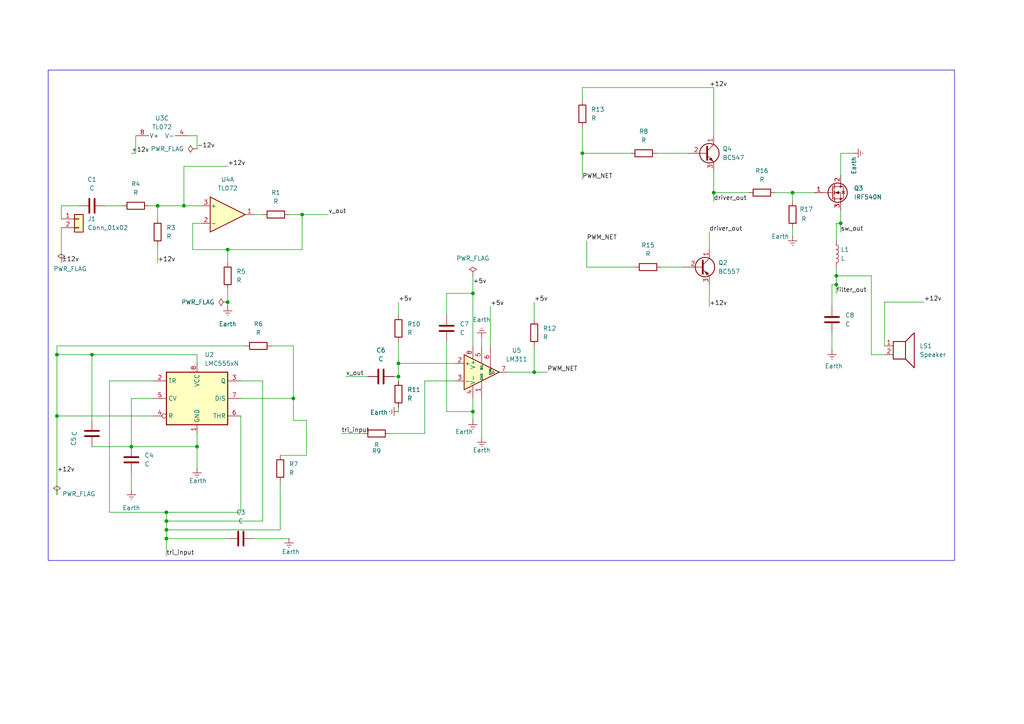
<source format=kicad_sch>
(kicad_sch
	(version 20231120)
	(generator "eeschema")
	(generator_version "8.0")
	(uuid "57593242-849a-45d4-9d5e-0f48d9e08918")
	(paper "A4")
	(lib_symbols
		(symbol "Amplifier_Operational:TL072"
			(pin_names
				(offset 0.127)
			)
			(exclude_from_sim no)
			(in_bom yes)
			(on_board yes)
			(property "Reference" "U"
				(at 0 5.08 0)
				(effects
					(font
						(size 1.27 1.27)
					)
					(justify left)
				)
			)
			(property "Value" "TL072"
				(at 0 -5.08 0)
				(effects
					(font
						(size 1.27 1.27)
					)
					(justify left)
				)
			)
			(property "Footprint" ""
				(at 0 0 0)
				(effects
					(font
						(size 1.27 1.27)
					)
					(hide yes)
				)
			)
			(property "Datasheet" "http://www.ti.com/lit/ds/symlink/tl071.pdf"
				(at 0 0 0)
				(effects
					(font
						(size 1.27 1.27)
					)
					(hide yes)
				)
			)
			(property "Description" "Dual Low-Noise JFET-Input Operational Amplifiers, DIP-8/SOIC-8"
				(at 0 0 0)
				(effects
					(font
						(size 1.27 1.27)
					)
					(hide yes)
				)
			)
			(property "ki_locked" ""
				(at 0 0 0)
				(effects
					(font
						(size 1.27 1.27)
					)
				)
			)
			(property "ki_keywords" "dual opamp"
				(at 0 0 0)
				(effects
					(font
						(size 1.27 1.27)
					)
					(hide yes)
				)
			)
			(property "ki_fp_filters" "SOIC*3.9x4.9mm*P1.27mm* DIP*W7.62mm* TO*99* OnSemi*Micro8* TSSOP*3x3mm*P0.65mm* TSSOP*4.4x3mm*P0.65mm* MSOP*3x3mm*P0.65mm* SSOP*3.9x4.9mm*P0.635mm* LFCSP*2x2mm*P0.5mm* *SIP* SOIC*5.3x6.2mm*P1.27mm*"
				(at 0 0 0)
				(effects
					(font
						(size 1.27 1.27)
					)
					(hide yes)
				)
			)
			(symbol "TL072_1_1"
				(polyline
					(pts
						(xy -5.08 5.08) (xy 5.08 0) (xy -5.08 -5.08) (xy -5.08 5.08)
					)
					(stroke
						(width 0.254)
						(type default)
					)
					(fill
						(type background)
					)
				)
				(pin output line
					(at 7.62 0 180)
					(length 2.54)
					(name "~"
						(effects
							(font
								(size 1.27 1.27)
							)
						)
					)
					(number "1"
						(effects
							(font
								(size 1.27 1.27)
							)
						)
					)
				)
				(pin input line
					(at -7.62 -2.54 0)
					(length 2.54)
					(name "-"
						(effects
							(font
								(size 1.27 1.27)
							)
						)
					)
					(number "2"
						(effects
							(font
								(size 1.27 1.27)
							)
						)
					)
				)
				(pin input line
					(at -7.62 2.54 0)
					(length 2.54)
					(name "+"
						(effects
							(font
								(size 1.27 1.27)
							)
						)
					)
					(number "3"
						(effects
							(font
								(size 1.27 1.27)
							)
						)
					)
				)
			)
			(symbol "TL072_2_1"
				(polyline
					(pts
						(xy -5.08 5.08) (xy 5.08 0) (xy -5.08 -5.08) (xy -5.08 5.08)
					)
					(stroke
						(width 0.254)
						(type default)
					)
					(fill
						(type background)
					)
				)
				(pin input line
					(at -7.62 2.54 0)
					(length 2.54)
					(name "+"
						(effects
							(font
								(size 1.27 1.27)
							)
						)
					)
					(number "5"
						(effects
							(font
								(size 1.27 1.27)
							)
						)
					)
				)
				(pin input line
					(at -7.62 -2.54 0)
					(length 2.54)
					(name "-"
						(effects
							(font
								(size 1.27 1.27)
							)
						)
					)
					(number "6"
						(effects
							(font
								(size 1.27 1.27)
							)
						)
					)
				)
				(pin output line
					(at 7.62 0 180)
					(length 2.54)
					(name "~"
						(effects
							(font
								(size 1.27 1.27)
							)
						)
					)
					(number "7"
						(effects
							(font
								(size 1.27 1.27)
							)
						)
					)
				)
			)
			(symbol "TL072_3_1"
				(pin power_in line
					(at -2.54 -7.62 90)
					(length 3.81)
					(name "V-"
						(effects
							(font
								(size 1.27 1.27)
							)
						)
					)
					(number "4"
						(effects
							(font
								(size 1.27 1.27)
							)
						)
					)
				)
				(pin power_in line
					(at -2.54 7.62 270)
					(length 3.81)
					(name "V+"
						(effects
							(font
								(size 1.27 1.27)
							)
						)
					)
					(number "8"
						(effects
							(font
								(size 1.27 1.27)
							)
						)
					)
				)
			)
		)
		(symbol "Comparator:LM311"
			(pin_names
				(offset 0.127)
			)
			(exclude_from_sim no)
			(in_bom yes)
			(on_board yes)
			(property "Reference" "U"
				(at 3.81 6.35 0)
				(effects
					(font
						(size 1.27 1.27)
					)
					(justify left)
				)
			)
			(property "Value" "LM311"
				(at 3.81 3.81 0)
				(effects
					(font
						(size 1.27 1.27)
					)
					(justify left)
				)
			)
			(property "Footprint" ""
				(at 0 0 0)
				(effects
					(font
						(size 1.27 1.27)
					)
					(hide yes)
				)
			)
			(property "Datasheet" "https://www.st.com/resource/en/datasheet/lm311.pdf"
				(at 0 0 0)
				(effects
					(font
						(size 1.27 1.27)
					)
					(hide yes)
				)
			)
			(property "Description" "Voltage Comparator, DIP-8/SOIC-8"
				(at 0 0 0)
				(effects
					(font
						(size 1.27 1.27)
					)
					(hide yes)
				)
			)
			(property "ki_keywords" "cmp open collector"
				(at 0 0 0)
				(effects
					(font
						(size 1.27 1.27)
					)
					(hide yes)
				)
			)
			(property "ki_fp_filters" "SOIC*3.9x4.9mm*P1.27mm* DIP*W7.62mm*"
				(at 0 0 0)
				(effects
					(font
						(size 1.27 1.27)
					)
					(hide yes)
				)
			)
			(symbol "LM311_0_1"
				(polyline
					(pts
						(xy 5.08 0) (xy -5.08 5.08) (xy -5.08 -5.08) (xy 5.08 0)
					)
					(stroke
						(width 0.254)
						(type default)
					)
					(fill
						(type background)
					)
				)
				(polyline
					(pts
						(xy 3.683 -0.381) (xy 3.302 -0.381) (xy 3.683 0) (xy 3.302 0.381) (xy 2.921 0) (xy 3.302 -0.381)
						(xy 2.921 -0.381)
					)
					(stroke
						(width 0.127)
						(type default)
					)
					(fill
						(type none)
					)
				)
			)
			(symbol "LM311_1_1"
				(pin passive line
					(at 0 -7.62 90)
					(length 5.08)
					(name "GND"
						(effects
							(font
								(size 0.635 0.635)
							)
						)
					)
					(number "1"
						(effects
							(font
								(size 1.27 1.27)
							)
						)
					)
				)
				(pin input line
					(at -7.62 2.54 0)
					(length 2.54)
					(name "+"
						(effects
							(font
								(size 1.27 1.27)
							)
						)
					)
					(number "2"
						(effects
							(font
								(size 1.27 1.27)
							)
						)
					)
				)
				(pin input line
					(at -7.62 -2.54 0)
					(length 2.54)
					(name "-"
						(effects
							(font
								(size 1.27 1.27)
							)
						)
					)
					(number "3"
						(effects
							(font
								(size 1.27 1.27)
							)
						)
					)
				)
				(pin power_in line
					(at -2.54 -7.62 90)
					(length 3.81)
					(name "V-"
						(effects
							(font
								(size 1.27 1.27)
							)
						)
					)
					(number "4"
						(effects
							(font
								(size 1.27 1.27)
							)
						)
					)
				)
				(pin input line
					(at 0 7.62 270)
					(length 5.08)
					(name "BAL"
						(effects
							(font
								(size 0.635 0.635)
							)
						)
					)
					(number "5"
						(effects
							(font
								(size 1.27 1.27)
							)
						)
					)
				)
				(pin input line
					(at 2.54 7.62 270)
					(length 6.35)
					(name "STRB"
						(effects
							(font
								(size 0.508 0.508)
							)
						)
					)
					(number "6"
						(effects
							(font
								(size 1.27 1.27)
							)
						)
					)
				)
				(pin open_collector line
					(at 7.62 0 180)
					(length 2.54)
					(name "~"
						(effects
							(font
								(size 1.27 1.27)
							)
						)
					)
					(number "7"
						(effects
							(font
								(size 1.27 1.27)
							)
						)
					)
				)
				(pin power_in line
					(at -2.54 7.62 270)
					(length 3.81)
					(name "V+"
						(effects
							(font
								(size 1.27 1.27)
							)
						)
					)
					(number "8"
						(effects
							(font
								(size 1.27 1.27)
							)
						)
					)
				)
			)
		)
		(symbol "Connector_Generic:Conn_01x02"
			(pin_names
				(offset 1.016) hide)
			(exclude_from_sim no)
			(in_bom yes)
			(on_board yes)
			(property "Reference" "J"
				(at 0 2.54 0)
				(effects
					(font
						(size 1.27 1.27)
					)
				)
			)
			(property "Value" "Conn_01x02"
				(at 0 -5.08 0)
				(effects
					(font
						(size 1.27 1.27)
					)
				)
			)
			(property "Footprint" ""
				(at 0 0 0)
				(effects
					(font
						(size 1.27 1.27)
					)
					(hide yes)
				)
			)
			(property "Datasheet" "~"
				(at 0 0 0)
				(effects
					(font
						(size 1.27 1.27)
					)
					(hide yes)
				)
			)
			(property "Description" "Generic connector, single row, 01x02, script generated (kicad-library-utils/schlib/autogen/connector/)"
				(at 0 0 0)
				(effects
					(font
						(size 1.27 1.27)
					)
					(hide yes)
				)
			)
			(property "ki_keywords" "connector"
				(at 0 0 0)
				(effects
					(font
						(size 1.27 1.27)
					)
					(hide yes)
				)
			)
			(property "ki_fp_filters" "Connector*:*_1x??_*"
				(at 0 0 0)
				(effects
					(font
						(size 1.27 1.27)
					)
					(hide yes)
				)
			)
			(symbol "Conn_01x02_1_1"
				(rectangle
					(start -1.27 -2.413)
					(end 0 -2.667)
					(stroke
						(width 0.1524)
						(type default)
					)
					(fill
						(type none)
					)
				)
				(rectangle
					(start -1.27 0.127)
					(end 0 -0.127)
					(stroke
						(width 0.1524)
						(type default)
					)
					(fill
						(type none)
					)
				)
				(rectangle
					(start -1.27 1.27)
					(end 1.27 -3.81)
					(stroke
						(width 0.254)
						(type default)
					)
					(fill
						(type background)
					)
				)
				(pin passive line
					(at -5.08 0 0)
					(length 3.81)
					(name "Pin_1"
						(effects
							(font
								(size 1.27 1.27)
							)
						)
					)
					(number "1"
						(effects
							(font
								(size 1.27 1.27)
							)
						)
					)
				)
				(pin passive line
					(at -5.08 -2.54 0)
					(length 3.81)
					(name "Pin_2"
						(effects
							(font
								(size 1.27 1.27)
							)
						)
					)
					(number "2"
						(effects
							(font
								(size 1.27 1.27)
							)
						)
					)
				)
			)
		)
		(symbol "Device:C"
			(pin_numbers hide)
			(pin_names
				(offset 0.254)
			)
			(exclude_from_sim no)
			(in_bom yes)
			(on_board yes)
			(property "Reference" "C"
				(at 0.635 2.54 0)
				(effects
					(font
						(size 1.27 1.27)
					)
					(justify left)
				)
			)
			(property "Value" "C"
				(at 0.635 -2.54 0)
				(effects
					(font
						(size 1.27 1.27)
					)
					(justify left)
				)
			)
			(property "Footprint" ""
				(at 0.9652 -3.81 0)
				(effects
					(font
						(size 1.27 1.27)
					)
					(hide yes)
				)
			)
			(property "Datasheet" "~"
				(at 0 0 0)
				(effects
					(font
						(size 1.27 1.27)
					)
					(hide yes)
				)
			)
			(property "Description" "Unpolarized capacitor"
				(at 0 0 0)
				(effects
					(font
						(size 1.27 1.27)
					)
					(hide yes)
				)
			)
			(property "ki_keywords" "cap capacitor"
				(at 0 0 0)
				(effects
					(font
						(size 1.27 1.27)
					)
					(hide yes)
				)
			)
			(property "ki_fp_filters" "C_*"
				(at 0 0 0)
				(effects
					(font
						(size 1.27 1.27)
					)
					(hide yes)
				)
			)
			(symbol "C_0_1"
				(polyline
					(pts
						(xy -2.032 -0.762) (xy 2.032 -0.762)
					)
					(stroke
						(width 0.508)
						(type default)
					)
					(fill
						(type none)
					)
				)
				(polyline
					(pts
						(xy -2.032 0.762) (xy 2.032 0.762)
					)
					(stroke
						(width 0.508)
						(type default)
					)
					(fill
						(type none)
					)
				)
			)
			(symbol "C_1_1"
				(pin passive line
					(at 0 3.81 270)
					(length 2.794)
					(name "~"
						(effects
							(font
								(size 1.27 1.27)
							)
						)
					)
					(number "1"
						(effects
							(font
								(size 1.27 1.27)
							)
						)
					)
				)
				(pin passive line
					(at 0 -3.81 90)
					(length 2.794)
					(name "~"
						(effects
							(font
								(size 1.27 1.27)
							)
						)
					)
					(number "2"
						(effects
							(font
								(size 1.27 1.27)
							)
						)
					)
				)
			)
		)
		(symbol "Device:L"
			(pin_numbers hide)
			(pin_names
				(offset 1.016) hide)
			(exclude_from_sim no)
			(in_bom yes)
			(on_board yes)
			(property "Reference" "L"
				(at -1.27 0 90)
				(effects
					(font
						(size 1.27 1.27)
					)
				)
			)
			(property "Value" "L"
				(at 1.905 0 90)
				(effects
					(font
						(size 1.27 1.27)
					)
				)
			)
			(property "Footprint" ""
				(at 0 0 0)
				(effects
					(font
						(size 1.27 1.27)
					)
					(hide yes)
				)
			)
			(property "Datasheet" "~"
				(at 0 0 0)
				(effects
					(font
						(size 1.27 1.27)
					)
					(hide yes)
				)
			)
			(property "Description" "Inductor"
				(at 0 0 0)
				(effects
					(font
						(size 1.27 1.27)
					)
					(hide yes)
				)
			)
			(property "ki_keywords" "inductor choke coil reactor magnetic"
				(at 0 0 0)
				(effects
					(font
						(size 1.27 1.27)
					)
					(hide yes)
				)
			)
			(property "ki_fp_filters" "Choke_* *Coil* Inductor_* L_*"
				(at 0 0 0)
				(effects
					(font
						(size 1.27 1.27)
					)
					(hide yes)
				)
			)
			(symbol "L_0_1"
				(arc
					(start 0 -2.54)
					(mid 0.6323 -1.905)
					(end 0 -1.27)
					(stroke
						(width 0)
						(type default)
					)
					(fill
						(type none)
					)
				)
				(arc
					(start 0 -1.27)
					(mid 0.6323 -0.635)
					(end 0 0)
					(stroke
						(width 0)
						(type default)
					)
					(fill
						(type none)
					)
				)
				(arc
					(start 0 0)
					(mid 0.6323 0.635)
					(end 0 1.27)
					(stroke
						(width 0)
						(type default)
					)
					(fill
						(type none)
					)
				)
				(arc
					(start 0 1.27)
					(mid 0.6323 1.905)
					(end 0 2.54)
					(stroke
						(width 0)
						(type default)
					)
					(fill
						(type none)
					)
				)
			)
			(symbol "L_1_1"
				(pin passive line
					(at 0 3.81 270)
					(length 1.27)
					(name "1"
						(effects
							(font
								(size 1.27 1.27)
							)
						)
					)
					(number "1"
						(effects
							(font
								(size 1.27 1.27)
							)
						)
					)
				)
				(pin passive line
					(at 0 -3.81 90)
					(length 1.27)
					(name "2"
						(effects
							(font
								(size 1.27 1.27)
							)
						)
					)
					(number "2"
						(effects
							(font
								(size 1.27 1.27)
							)
						)
					)
				)
			)
		)
		(symbol "Device:R"
			(pin_numbers hide)
			(pin_names
				(offset 0)
			)
			(exclude_from_sim no)
			(in_bom yes)
			(on_board yes)
			(property "Reference" "R"
				(at 2.032 0 90)
				(effects
					(font
						(size 1.27 1.27)
					)
				)
			)
			(property "Value" "R"
				(at 0 0 90)
				(effects
					(font
						(size 1.27 1.27)
					)
				)
			)
			(property "Footprint" ""
				(at -1.778 0 90)
				(effects
					(font
						(size 1.27 1.27)
					)
					(hide yes)
				)
			)
			(property "Datasheet" "~"
				(at 0 0 0)
				(effects
					(font
						(size 1.27 1.27)
					)
					(hide yes)
				)
			)
			(property "Description" "Resistor"
				(at 0 0 0)
				(effects
					(font
						(size 1.27 1.27)
					)
					(hide yes)
				)
			)
			(property "ki_keywords" "R res resistor"
				(at 0 0 0)
				(effects
					(font
						(size 1.27 1.27)
					)
					(hide yes)
				)
			)
			(property "ki_fp_filters" "R_*"
				(at 0 0 0)
				(effects
					(font
						(size 1.27 1.27)
					)
					(hide yes)
				)
			)
			(symbol "R_0_1"
				(rectangle
					(start -1.016 -2.54)
					(end 1.016 2.54)
					(stroke
						(width 0.254)
						(type default)
					)
					(fill
						(type none)
					)
				)
			)
			(symbol "R_1_1"
				(pin passive line
					(at 0 3.81 270)
					(length 1.27)
					(name "~"
						(effects
							(font
								(size 1.27 1.27)
							)
						)
					)
					(number "1"
						(effects
							(font
								(size 1.27 1.27)
							)
						)
					)
				)
				(pin passive line
					(at 0 -3.81 90)
					(length 1.27)
					(name "~"
						(effects
							(font
								(size 1.27 1.27)
							)
						)
					)
					(number "2"
						(effects
							(font
								(size 1.27 1.27)
							)
						)
					)
				)
			)
		)
		(symbol "Device:Speaker"
			(pin_names
				(offset 0) hide)
			(exclude_from_sim no)
			(in_bom yes)
			(on_board yes)
			(property "Reference" "LS"
				(at 1.27 5.715 0)
				(effects
					(font
						(size 1.27 1.27)
					)
					(justify right)
				)
			)
			(property "Value" "Speaker"
				(at 1.27 3.81 0)
				(effects
					(font
						(size 1.27 1.27)
					)
					(justify right)
				)
			)
			(property "Footprint" ""
				(at 0 -5.08 0)
				(effects
					(font
						(size 1.27 1.27)
					)
					(hide yes)
				)
			)
			(property "Datasheet" "~"
				(at -0.254 -1.27 0)
				(effects
					(font
						(size 1.27 1.27)
					)
					(hide yes)
				)
			)
			(property "Description" "Speaker"
				(at 0 0 0)
				(effects
					(font
						(size 1.27 1.27)
					)
					(hide yes)
				)
			)
			(property "ki_keywords" "speaker sound"
				(at 0 0 0)
				(effects
					(font
						(size 1.27 1.27)
					)
					(hide yes)
				)
			)
			(symbol "Speaker_0_0"
				(rectangle
					(start -2.54 1.27)
					(end 1.016 -3.81)
					(stroke
						(width 0.254)
						(type default)
					)
					(fill
						(type none)
					)
				)
				(polyline
					(pts
						(xy 1.016 1.27) (xy 3.556 3.81) (xy 3.556 -6.35) (xy 1.016 -3.81)
					)
					(stroke
						(width 0.254)
						(type default)
					)
					(fill
						(type none)
					)
				)
			)
			(symbol "Speaker_1_1"
				(pin input line
					(at -5.08 0 0)
					(length 2.54)
					(name "1"
						(effects
							(font
								(size 1.27 1.27)
							)
						)
					)
					(number "1"
						(effects
							(font
								(size 1.27 1.27)
							)
						)
					)
				)
				(pin input line
					(at -5.08 -2.54 0)
					(length 2.54)
					(name "2"
						(effects
							(font
								(size 1.27 1.27)
							)
						)
					)
					(number "2"
						(effects
							(font
								(size 1.27 1.27)
							)
						)
					)
				)
			)
		)
		(symbol "TL072_1"
			(pin_names
				(offset 0.127)
			)
			(exclude_from_sim no)
			(in_bom yes)
			(on_board yes)
			(property "Reference" "U4"
				(at 0 10.16 0)
				(effects
					(font
						(size 1.27 1.27)
					)
				)
			)
			(property "Value" "TL072"
				(at 0 7.62 0)
				(effects
					(font
						(size 1.27 1.27)
					)
				)
			)
			(property "Footprint" "Package_DIP:DIP-8-16_W7.62mm_Socket"
				(at 0 0 0)
				(effects
					(font
						(size 1.27 1.27)
					)
					(hide yes)
				)
			)
			(property "Datasheet" "http://www.ti.com/lit/ds/symlink/tl071.pdf"
				(at 0 0 0)
				(effects
					(font
						(size 1.27 1.27)
					)
					(hide yes)
				)
			)
			(property "Description" "Dual Low-Noise JFET-Input Operational Amplifiers, DIP-8/SOIC-8"
				(at 0 0 0)
				(effects
					(font
						(size 1.27 1.27)
					)
					(hide yes)
				)
			)
			(property "ki_locked" ""
				(at 0 0 0)
				(effects
					(font
						(size 1.27 1.27)
					)
				)
			)
			(property "ki_keywords" "dual opamp"
				(at 0 0 0)
				(effects
					(font
						(size 1.27 1.27)
					)
					(hide yes)
				)
			)
			(property "ki_fp_filters" "SOIC*3.9x4.9mm*P1.27mm* DIP*W7.62mm* TO*99* OnSemi*Micro8* TSSOP*3x3mm*P0.65mm* TSSOP*4.4x3mm*P0.65mm* MSOP*3x3mm*P0.65mm* SSOP*3.9x4.9mm*P0.635mm* LFCSP*2x2mm*P0.5mm* *SIP* SOIC*5.3x6.2mm*P1.27mm*"
				(at 0 0 0)
				(effects
					(font
						(size 1.27 1.27)
					)
					(hide yes)
				)
			)
			(symbol "TL072_1_1_1"
				(polyline
					(pts
						(xy -5.08 5.08) (xy 5.08 0) (xy -5.08 -5.08) (xy -5.08 5.08)
					)
					(stroke
						(width 0.254)
						(type default)
					)
					(fill
						(type background)
					)
				)
				(pin output line
					(at 7.62 0 180)
					(length 2.54)
					(name "~"
						(effects
							(font
								(size 1.27 1.27)
							)
						)
					)
					(number "1"
						(effects
							(font
								(size 1.27 1.27)
							)
						)
					)
				)
				(pin input line
					(at -7.62 -2.54 0)
					(length 2.54)
					(name "-"
						(effects
							(font
								(size 1.27 1.27)
							)
						)
					)
					(number "2"
						(effects
							(font
								(size 1.27 1.27)
							)
						)
					)
				)
				(pin input line
					(at -7.62 2.54 0)
					(length 2.54)
					(name "+"
						(effects
							(font
								(size 1.27 1.27)
							)
						)
					)
					(number "3"
						(effects
							(font
								(size 1.27 1.27)
							)
						)
					)
				)
			)
			(symbol "TL072_1_2_1"
				(polyline
					(pts
						(xy -5.08 5.08) (xy 5.08 0) (xy -5.08 -5.08) (xy -5.08 5.08)
					)
					(stroke
						(width 0.254)
						(type default)
					)
					(fill
						(type background)
					)
				)
				(pin input line
					(at -7.62 2.54 0)
					(length 2.54)
					(name "+"
						(effects
							(font
								(size 1.27 1.27)
							)
						)
					)
					(number "5"
						(effects
							(font
								(size 1.27 1.27)
							)
						)
					)
				)
				(pin input line
					(at -7.62 -2.54 0)
					(length 2.54)
					(name "-"
						(effects
							(font
								(size 1.27 1.27)
							)
						)
					)
					(number "6"
						(effects
							(font
								(size 1.27 1.27)
							)
						)
					)
				)
				(pin output line
					(at 7.62 0 180)
					(length 2.54)
					(name "~"
						(effects
							(font
								(size 1.27 1.27)
							)
						)
					)
					(number "7"
						(effects
							(font
								(size 1.27 1.27)
							)
						)
					)
				)
			)
			(symbol "TL072_1_3_1"
				(pin power_in line
					(at -2.54 -7.62 90)
					(length 3.81)
					(name "V-"
						(effects
							(font
								(size 1.27 1.27)
							)
						)
					)
					(number "4"
						(effects
							(font
								(size 1.27 1.27)
							)
						)
					)
				)
				(pin power_in line
					(at -2.54 7.62 270)
					(length 3.81)
					(name "V+"
						(effects
							(font
								(size 1.27 1.27)
							)
						)
					)
					(number "8"
						(effects
							(font
								(size 1.27 1.27)
							)
						)
					)
				)
			)
		)
		(symbol "Timer:LMC555xN"
			(exclude_from_sim no)
			(in_bom yes)
			(on_board yes)
			(property "Reference" "U"
				(at -10.16 8.89 0)
				(effects
					(font
						(size 1.27 1.27)
					)
					(justify left)
				)
			)
			(property "Value" "LMC555xN"
				(at 2.54 8.89 0)
				(effects
					(font
						(size 1.27 1.27)
					)
					(justify left)
				)
			)
			(property "Footprint" "Package_DIP:DIP-8_W7.62mm"
				(at 16.51 -10.16 0)
				(effects
					(font
						(size 1.27 1.27)
					)
					(hide yes)
				)
			)
			(property "Datasheet" "http://www.ti.com/lit/ds/symlink/lmc555.pdf"
				(at 21.59 -10.16 0)
				(effects
					(font
						(size 1.27 1.27)
					)
					(hide yes)
				)
			)
			(property "Description" "CMOS Timer, 555 compatible, PDIP-8"
				(at 0 0 0)
				(effects
					(font
						(size 1.27 1.27)
					)
					(hide yes)
				)
			)
			(property "ki_keywords" "single timer 555"
				(at 0 0 0)
				(effects
					(font
						(size 1.27 1.27)
					)
					(hide yes)
				)
			)
			(property "ki_fp_filters" "DIP*W7.62mm*"
				(at 0 0 0)
				(effects
					(font
						(size 1.27 1.27)
					)
					(hide yes)
				)
			)
			(symbol "LMC555xN_0_0"
				(pin power_in line
					(at 0 -10.16 90)
					(length 2.54)
					(name "GND"
						(effects
							(font
								(size 1.27 1.27)
							)
						)
					)
					(number "1"
						(effects
							(font
								(size 1.27 1.27)
							)
						)
					)
				)
				(pin power_in line
					(at 0 10.16 270)
					(length 2.54)
					(name "VCC"
						(effects
							(font
								(size 1.27 1.27)
							)
						)
					)
					(number "8"
						(effects
							(font
								(size 1.27 1.27)
							)
						)
					)
				)
			)
			(symbol "LMC555xN_0_1"
				(rectangle
					(start -8.89 -7.62)
					(end 8.89 7.62)
					(stroke
						(width 0.254)
						(type default)
					)
					(fill
						(type background)
					)
				)
				(rectangle
					(start -8.89 -7.62)
					(end 8.89 7.62)
					(stroke
						(width 0.254)
						(type default)
					)
					(fill
						(type background)
					)
				)
			)
			(symbol "LMC555xN_1_1"
				(pin input line
					(at -12.7 5.08 0)
					(length 3.81)
					(name "TR"
						(effects
							(font
								(size 1.27 1.27)
							)
						)
					)
					(number "2"
						(effects
							(font
								(size 1.27 1.27)
							)
						)
					)
				)
				(pin output line
					(at 12.7 5.08 180)
					(length 3.81)
					(name "Q"
						(effects
							(font
								(size 1.27 1.27)
							)
						)
					)
					(number "3"
						(effects
							(font
								(size 1.27 1.27)
							)
						)
					)
				)
				(pin input inverted
					(at -12.7 -5.08 0)
					(length 3.81)
					(name "R"
						(effects
							(font
								(size 1.27 1.27)
							)
						)
					)
					(number "4"
						(effects
							(font
								(size 1.27 1.27)
							)
						)
					)
				)
				(pin input line
					(at -12.7 0 0)
					(length 3.81)
					(name "CV"
						(effects
							(font
								(size 1.27 1.27)
							)
						)
					)
					(number "5"
						(effects
							(font
								(size 1.27 1.27)
							)
						)
					)
				)
				(pin input line
					(at 12.7 -5.08 180)
					(length 3.81)
					(name "THR"
						(effects
							(font
								(size 1.27 1.27)
							)
						)
					)
					(number "6"
						(effects
							(font
								(size 1.27 1.27)
							)
						)
					)
				)
				(pin input line
					(at 12.7 0 180)
					(length 3.81)
					(name "DIS"
						(effects
							(font
								(size 1.27 1.27)
							)
						)
					)
					(number "7"
						(effects
							(font
								(size 1.27 1.27)
							)
						)
					)
				)
			)
		)
		(symbol "Transistor_BJT:BC547"
			(pin_names
				(offset 0) hide)
			(exclude_from_sim no)
			(in_bom yes)
			(on_board yes)
			(property "Reference" "Q"
				(at 5.08 1.905 0)
				(effects
					(font
						(size 1.27 1.27)
					)
					(justify left)
				)
			)
			(property "Value" "BC547"
				(at 5.08 0 0)
				(effects
					(font
						(size 1.27 1.27)
					)
					(justify left)
				)
			)
			(property "Footprint" "Package_TO_SOT_THT:TO-92_Inline"
				(at 5.08 -1.905 0)
				(effects
					(font
						(size 1.27 1.27)
						(italic yes)
					)
					(justify left)
					(hide yes)
				)
			)
			(property "Datasheet" "https://www.onsemi.com/pub/Collateral/BC550-D.pdf"
				(at 0 0 0)
				(effects
					(font
						(size 1.27 1.27)
					)
					(justify left)
					(hide yes)
				)
			)
			(property "Description" "0.1A Ic, 45V Vce, Small Signal NPN Transistor, TO-92"
				(at 0 0 0)
				(effects
					(font
						(size 1.27 1.27)
					)
					(hide yes)
				)
			)
			(property "ki_keywords" "NPN Transistor"
				(at 0 0 0)
				(effects
					(font
						(size 1.27 1.27)
					)
					(hide yes)
				)
			)
			(property "ki_fp_filters" "TO?92*"
				(at 0 0 0)
				(effects
					(font
						(size 1.27 1.27)
					)
					(hide yes)
				)
			)
			(symbol "BC547_0_1"
				(polyline
					(pts
						(xy 0 0) (xy 0.635 0)
					)
					(stroke
						(width 0)
						(type default)
					)
					(fill
						(type none)
					)
				)
				(polyline
					(pts
						(xy 0.635 0.635) (xy 2.54 2.54)
					)
					(stroke
						(width 0)
						(type default)
					)
					(fill
						(type none)
					)
				)
				(polyline
					(pts
						(xy 0.635 -0.635) (xy 2.54 -2.54) (xy 2.54 -2.54)
					)
					(stroke
						(width 0)
						(type default)
					)
					(fill
						(type none)
					)
				)
				(polyline
					(pts
						(xy 0.635 1.905) (xy 0.635 -1.905) (xy 0.635 -1.905)
					)
					(stroke
						(width 0.508)
						(type default)
					)
					(fill
						(type none)
					)
				)
				(polyline
					(pts
						(xy 1.27 -1.778) (xy 1.778 -1.27) (xy 2.286 -2.286) (xy 1.27 -1.778) (xy 1.27 -1.778)
					)
					(stroke
						(width 0)
						(type default)
					)
					(fill
						(type outline)
					)
				)
				(circle
					(center 1.27 0)
					(radius 2.8194)
					(stroke
						(width 0.254)
						(type default)
					)
					(fill
						(type none)
					)
				)
			)
			(symbol "BC547_1_1"
				(pin passive line
					(at 2.54 5.08 270)
					(length 2.54)
					(name "C"
						(effects
							(font
								(size 1.27 1.27)
							)
						)
					)
					(number "1"
						(effects
							(font
								(size 1.27 1.27)
							)
						)
					)
				)
				(pin input line
					(at -5.08 0 0)
					(length 5.08)
					(name "B"
						(effects
							(font
								(size 1.27 1.27)
							)
						)
					)
					(number "2"
						(effects
							(font
								(size 1.27 1.27)
							)
						)
					)
				)
				(pin passive line
					(at 2.54 -5.08 90)
					(length 2.54)
					(name "E"
						(effects
							(font
								(size 1.27 1.27)
							)
						)
					)
					(number "3"
						(effects
							(font
								(size 1.27 1.27)
							)
						)
					)
				)
			)
		)
		(symbol "Transistor_BJT:BC557"
			(pin_names
				(offset 0) hide)
			(exclude_from_sim no)
			(in_bom yes)
			(on_board yes)
			(property "Reference" "Q"
				(at 5.08 1.905 0)
				(effects
					(font
						(size 1.27 1.27)
					)
					(justify left)
				)
			)
			(property "Value" "BC557"
				(at 5.08 0 0)
				(effects
					(font
						(size 1.27 1.27)
					)
					(justify left)
				)
			)
			(property "Footprint" "Package_TO_SOT_THT:TO-92_Inline"
				(at 5.08 -1.905 0)
				(effects
					(font
						(size 1.27 1.27)
						(italic yes)
					)
					(justify left)
					(hide yes)
				)
			)
			(property "Datasheet" "https://www.onsemi.com/pub/Collateral/BC556BTA-D.pdf"
				(at 0 0 0)
				(effects
					(font
						(size 1.27 1.27)
					)
					(justify left)
					(hide yes)
				)
			)
			(property "Description" "0.1A Ic, 45V Vce, PNP Small Signal Transistor, TO-92"
				(at 0 0 0)
				(effects
					(font
						(size 1.27 1.27)
					)
					(hide yes)
				)
			)
			(property "ki_keywords" "PNP Transistor"
				(at 0 0 0)
				(effects
					(font
						(size 1.27 1.27)
					)
					(hide yes)
				)
			)
			(property "ki_fp_filters" "TO?92*"
				(at 0 0 0)
				(effects
					(font
						(size 1.27 1.27)
					)
					(hide yes)
				)
			)
			(symbol "BC557_0_1"
				(polyline
					(pts
						(xy 0.635 0.635) (xy 2.54 2.54)
					)
					(stroke
						(width 0)
						(type default)
					)
					(fill
						(type none)
					)
				)
				(polyline
					(pts
						(xy 0.635 -0.635) (xy 2.54 -2.54) (xy 2.54 -2.54)
					)
					(stroke
						(width 0)
						(type default)
					)
					(fill
						(type none)
					)
				)
				(polyline
					(pts
						(xy 0.635 1.905) (xy 0.635 -1.905) (xy 0.635 -1.905)
					)
					(stroke
						(width 0.508)
						(type default)
					)
					(fill
						(type none)
					)
				)
				(polyline
					(pts
						(xy 2.286 -1.778) (xy 1.778 -2.286) (xy 1.27 -1.27) (xy 2.286 -1.778) (xy 2.286 -1.778)
					)
					(stroke
						(width 0)
						(type default)
					)
					(fill
						(type outline)
					)
				)
				(circle
					(center 1.27 0)
					(radius 2.8194)
					(stroke
						(width 0.254)
						(type default)
					)
					(fill
						(type none)
					)
				)
			)
			(symbol "BC557_1_1"
				(pin passive line
					(at 2.54 5.08 270)
					(length 2.54)
					(name "C"
						(effects
							(font
								(size 1.27 1.27)
							)
						)
					)
					(number "1"
						(effects
							(font
								(size 1.27 1.27)
							)
						)
					)
				)
				(pin input line
					(at -5.08 0 0)
					(length 5.715)
					(name "B"
						(effects
							(font
								(size 1.27 1.27)
							)
						)
					)
					(number "2"
						(effects
							(font
								(size 1.27 1.27)
							)
						)
					)
				)
				(pin passive line
					(at 2.54 -5.08 90)
					(length 2.54)
					(name "E"
						(effects
							(font
								(size 1.27 1.27)
							)
						)
					)
					(number "3"
						(effects
							(font
								(size 1.27 1.27)
							)
						)
					)
				)
			)
		)
		(symbol "Transistor_FET:IRF540N"
			(pin_names hide)
			(exclude_from_sim no)
			(in_bom yes)
			(on_board yes)
			(property "Reference" "Q"
				(at 5.08 1.905 0)
				(effects
					(font
						(size 1.27 1.27)
					)
					(justify left)
				)
			)
			(property "Value" "IRF540N"
				(at 5.08 0 0)
				(effects
					(font
						(size 1.27 1.27)
					)
					(justify left)
				)
			)
			(property "Footprint" "Package_TO_SOT_THT:TO-220-3_Vertical"
				(at 5.08 -1.905 0)
				(effects
					(font
						(size 1.27 1.27)
						(italic yes)
					)
					(justify left)
					(hide yes)
				)
			)
			(property "Datasheet" "http://www.irf.com/product-info/datasheets/data/irf540n.pdf"
				(at 5.08 -3.81 0)
				(effects
					(font
						(size 1.27 1.27)
					)
					(justify left)
					(hide yes)
				)
			)
			(property "Description" "33A Id, 100V Vds, HEXFET N-Channel MOSFET, TO-220"
				(at 0 0 0)
				(effects
					(font
						(size 1.27 1.27)
					)
					(hide yes)
				)
			)
			(property "ki_keywords" "HEXFET N-Channel MOSFET"
				(at 0 0 0)
				(effects
					(font
						(size 1.27 1.27)
					)
					(hide yes)
				)
			)
			(property "ki_fp_filters" "TO?220*"
				(at 0 0 0)
				(effects
					(font
						(size 1.27 1.27)
					)
					(hide yes)
				)
			)
			(symbol "IRF540N_0_1"
				(polyline
					(pts
						(xy 0.254 0) (xy -2.54 0)
					)
					(stroke
						(width 0)
						(type default)
					)
					(fill
						(type none)
					)
				)
				(polyline
					(pts
						(xy 0.254 1.905) (xy 0.254 -1.905)
					)
					(stroke
						(width 0.254)
						(type default)
					)
					(fill
						(type none)
					)
				)
				(polyline
					(pts
						(xy 0.762 -1.27) (xy 0.762 -2.286)
					)
					(stroke
						(width 0.254)
						(type default)
					)
					(fill
						(type none)
					)
				)
				(polyline
					(pts
						(xy 0.762 0.508) (xy 0.762 -0.508)
					)
					(stroke
						(width 0.254)
						(type default)
					)
					(fill
						(type none)
					)
				)
				(polyline
					(pts
						(xy 0.762 2.286) (xy 0.762 1.27)
					)
					(stroke
						(width 0.254)
						(type default)
					)
					(fill
						(type none)
					)
				)
				(polyline
					(pts
						(xy 2.54 2.54) (xy 2.54 1.778)
					)
					(stroke
						(width 0)
						(type default)
					)
					(fill
						(type none)
					)
				)
				(polyline
					(pts
						(xy 2.54 -2.54) (xy 2.54 0) (xy 0.762 0)
					)
					(stroke
						(width 0)
						(type default)
					)
					(fill
						(type none)
					)
				)
				(polyline
					(pts
						(xy 0.762 -1.778) (xy 3.302 -1.778) (xy 3.302 1.778) (xy 0.762 1.778)
					)
					(stroke
						(width 0)
						(type default)
					)
					(fill
						(type none)
					)
				)
				(polyline
					(pts
						(xy 1.016 0) (xy 2.032 0.381) (xy 2.032 -0.381) (xy 1.016 0)
					)
					(stroke
						(width 0)
						(type default)
					)
					(fill
						(type outline)
					)
				)
				(polyline
					(pts
						(xy 2.794 0.508) (xy 2.921 0.381) (xy 3.683 0.381) (xy 3.81 0.254)
					)
					(stroke
						(width 0)
						(type default)
					)
					(fill
						(type none)
					)
				)
				(polyline
					(pts
						(xy 3.302 0.381) (xy 2.921 -0.254) (xy 3.683 -0.254) (xy 3.302 0.381)
					)
					(stroke
						(width 0)
						(type default)
					)
					(fill
						(type none)
					)
				)
				(circle
					(center 1.651 0)
					(radius 2.794)
					(stroke
						(width 0.254)
						(type default)
					)
					(fill
						(type none)
					)
				)
				(circle
					(center 2.54 -1.778)
					(radius 0.254)
					(stroke
						(width 0)
						(type default)
					)
					(fill
						(type outline)
					)
				)
				(circle
					(center 2.54 1.778)
					(radius 0.254)
					(stroke
						(width 0)
						(type default)
					)
					(fill
						(type outline)
					)
				)
			)
			(symbol "IRF540N_1_1"
				(pin input line
					(at -5.08 0 0)
					(length 2.54)
					(name "G"
						(effects
							(font
								(size 1.27 1.27)
							)
						)
					)
					(number "1"
						(effects
							(font
								(size 1.27 1.27)
							)
						)
					)
				)
				(pin passive line
					(at 2.54 5.08 270)
					(length 2.54)
					(name "D"
						(effects
							(font
								(size 1.27 1.27)
							)
						)
					)
					(number "2"
						(effects
							(font
								(size 1.27 1.27)
							)
						)
					)
				)
				(pin passive line
					(at 2.54 -5.08 90)
					(length 2.54)
					(name "S"
						(effects
							(font
								(size 1.27 1.27)
							)
						)
					)
					(number "3"
						(effects
							(font
								(size 1.27 1.27)
							)
						)
					)
				)
			)
		)
		(symbol "power:Earth"
			(power)
			(pin_numbers hide)
			(pin_names
				(offset 0) hide)
			(exclude_from_sim no)
			(in_bom yes)
			(on_board yes)
			(property "Reference" "#PWR"
				(at 0 -6.35 0)
				(effects
					(font
						(size 1.27 1.27)
					)
					(hide yes)
				)
			)
			(property "Value" "Earth"
				(at 0 -3.81 0)
				(effects
					(font
						(size 1.27 1.27)
					)
				)
			)
			(property "Footprint" ""
				(at 0 0 0)
				(effects
					(font
						(size 1.27 1.27)
					)
					(hide yes)
				)
			)
			(property "Datasheet" "~"
				(at 0 0 0)
				(effects
					(font
						(size 1.27 1.27)
					)
					(hide yes)
				)
			)
			(property "Description" "Power symbol creates a global label with name \"Earth\""
				(at 0 0 0)
				(effects
					(font
						(size 1.27 1.27)
					)
					(hide yes)
				)
			)
			(property "ki_keywords" "global ground gnd"
				(at 0 0 0)
				(effects
					(font
						(size 1.27 1.27)
					)
					(hide yes)
				)
			)
			(symbol "Earth_0_1"
				(polyline
					(pts
						(xy -0.635 -1.905) (xy 0.635 -1.905)
					)
					(stroke
						(width 0)
						(type default)
					)
					(fill
						(type none)
					)
				)
				(polyline
					(pts
						(xy -0.127 -2.54) (xy 0.127 -2.54)
					)
					(stroke
						(width 0)
						(type default)
					)
					(fill
						(type none)
					)
				)
				(polyline
					(pts
						(xy 0 -1.27) (xy 0 0)
					)
					(stroke
						(width 0)
						(type default)
					)
					(fill
						(type none)
					)
				)
				(polyline
					(pts
						(xy 1.27 -1.27) (xy -1.27 -1.27)
					)
					(stroke
						(width 0)
						(type default)
					)
					(fill
						(type none)
					)
				)
			)
			(symbol "Earth_1_1"
				(pin power_in line
					(at 0 0 270)
					(length 0)
					(name "~"
						(effects
							(font
								(size 1.27 1.27)
							)
						)
					)
					(number "1"
						(effects
							(font
								(size 1.27 1.27)
							)
						)
					)
				)
			)
		)
		(symbol "power:PWR_FLAG"
			(power)
			(pin_numbers hide)
			(pin_names
				(offset 0) hide)
			(exclude_from_sim no)
			(in_bom yes)
			(on_board yes)
			(property "Reference" "#FLG"
				(at 0 1.905 0)
				(effects
					(font
						(size 1.27 1.27)
					)
					(hide yes)
				)
			)
			(property "Value" "PWR_FLAG"
				(at 0 3.81 0)
				(effects
					(font
						(size 1.27 1.27)
					)
				)
			)
			(property "Footprint" ""
				(at 0 0 0)
				(effects
					(font
						(size 1.27 1.27)
					)
					(hide yes)
				)
			)
			(property "Datasheet" "~"
				(at 0 0 0)
				(effects
					(font
						(size 1.27 1.27)
					)
					(hide yes)
				)
			)
			(property "Description" "Special symbol for telling ERC where power comes from"
				(at 0 0 0)
				(effects
					(font
						(size 1.27 1.27)
					)
					(hide yes)
				)
			)
			(property "ki_keywords" "flag power"
				(at 0 0 0)
				(effects
					(font
						(size 1.27 1.27)
					)
					(hide yes)
				)
			)
			(symbol "PWR_FLAG_0_0"
				(pin power_out line
					(at 0 0 90)
					(length 0)
					(name "~"
						(effects
							(font
								(size 1.27 1.27)
							)
						)
					)
					(number "1"
						(effects
							(font
								(size 1.27 1.27)
							)
						)
					)
				)
			)
			(symbol "PWR_FLAG_0_1"
				(polyline
					(pts
						(xy 0 0) (xy 0 1.27) (xy -1.016 1.905) (xy 0 2.54) (xy 1.016 1.905) (xy 0 1.27)
					)
					(stroke
						(width 0)
						(type default)
					)
					(fill
						(type none)
					)
				)
			)
		)
	)
	(junction
		(at 168.91 44.45)
		(diameter 0)
		(color 0 0 0 0)
		(uuid "0b68f91f-9d55-4bd4-8840-2df602f2d708")
	)
	(junction
		(at 48.26 153.67)
		(diameter 0)
		(color 0 0 0 0)
		(uuid "13f897e7-4403-43ad-ad9a-2243521c50bc")
	)
	(junction
		(at 45.72 59.69)
		(diameter 0)
		(color 0 0 0 0)
		(uuid "20c4680f-1bf3-4a19-b298-9ef5737c52f3")
	)
	(junction
		(at 137.16 85.09)
		(diameter 0)
		(color 0 0 0 0)
		(uuid "2157042c-f13e-4b29-865f-831cc7f935d1")
	)
	(junction
		(at 115.57 105.41)
		(diameter 0)
		(color 0 0 0 0)
		(uuid "25270a4d-6ab8-4f09-83cb-dc0f3c1792ac")
	)
	(junction
		(at 115.57 109.22)
		(diameter 0)
		(color 0 0 0 0)
		(uuid "287a031c-ab0e-4d0b-a114-9b0465cb3d5c")
	)
	(junction
		(at 87.63 62.23)
		(diameter 0)
		(color 0 0 0 0)
		(uuid "2bafddbe-9c16-46b4-ade5-e36ccff13c50")
	)
	(junction
		(at 16.51 102.87)
		(diameter 0)
		(color 0 0 0 0)
		(uuid "36d3d513-44c2-402f-bc98-8c0ad44f3072")
	)
	(junction
		(at 137.16 119.38)
		(diameter 0)
		(color 0 0 0 0)
		(uuid "3d81befd-b343-4920-a3a5-c1d94908fed7")
	)
	(junction
		(at 66.04 87.63)
		(diameter 0)
		(color 0 0 0 0)
		(uuid "4182b52a-a341-40ce-baae-bd901f6cd0f2")
	)
	(junction
		(at 57.15 129.54)
		(diameter 0)
		(color 0 0 0 0)
		(uuid "49e8fbb5-0d63-4db3-be40-0e1c881b8917")
	)
	(junction
		(at 48.26 151.13)
		(diameter 0)
		(color 0 0 0 0)
		(uuid "60bb41a1-c68d-4a55-9a71-47376887cb93")
	)
	(junction
		(at 242.57 80.01)
		(diameter 0)
		(color 0 0 0 0)
		(uuid "6b99a8c5-efe8-4d08-ac0e-46e0e68edbcb")
	)
	(junction
		(at 243.84 64.77)
		(diameter 0)
		(color 0 0 0 0)
		(uuid "731add89-f9c2-4519-bfc0-84e446601db8")
	)
	(junction
		(at 66.04 72.39)
		(diameter 0)
		(color 0 0 0 0)
		(uuid "81e3bfd7-3d64-4be9-9d89-977f2077a912")
	)
	(junction
		(at 85.09 115.57)
		(diameter 0)
		(color 0 0 0 0)
		(uuid "8c9ee5e9-8cd8-453f-ae59-d142319d5a49")
	)
	(junction
		(at 48.26 156.21)
		(diameter 0)
		(color 0 0 0 0)
		(uuid "92497b18-6a34-4912-9d7a-9cb46cfc62d6")
	)
	(junction
		(at 38.1 129.54)
		(diameter 0)
		(color 0 0 0 0)
		(uuid "afb8d34f-4e58-4c6d-a743-d5a9d76653c1")
	)
	(junction
		(at 53.34 59.69)
		(diameter 0)
		(color 0 0 0 0)
		(uuid "b0b439ce-9ede-4d45-afdc-6ee79ecd1383")
	)
	(junction
		(at 48.26 148.59)
		(diameter 0)
		(color 0 0 0 0)
		(uuid "ca496458-427c-4d12-84ce-b3b3bf037a9e")
	)
	(junction
		(at 229.87 55.88)
		(diameter 0)
		(color 0 0 0 0)
		(uuid "cbe29548-b488-414b-8026-c09cc1fb280c")
	)
	(junction
		(at 26.67 102.87)
		(diameter 0)
		(color 0 0 0 0)
		(uuid "dc49ab45-917a-43a9-a6ce-47f5713e6071")
	)
	(junction
		(at 16.51 120.65)
		(diameter 0)
		(color 0 0 0 0)
		(uuid "e49b0fae-d4c8-46e8-b2ad-9987ed7e0389")
	)
	(junction
		(at 154.94 107.95)
		(diameter 0)
		(color 0 0 0 0)
		(uuid "e58bc8d8-e92a-4b3d-aea6-ad8480127c23")
	)
	(junction
		(at 207.01 55.88)
		(diameter 0)
		(color 0 0 0 0)
		(uuid "e9fbd4a8-ee43-4aa6-bcf6-1a8238899bdd")
	)
	(junction
		(at 242.57 82.55)
		(diameter 0)
		(color 0 0 0 0)
		(uuid "fb407262-a400-48e8-98ca-302afc408359")
	)
	(wire
		(pts
			(xy 243.84 60.96) (xy 243.84 64.77)
		)
		(stroke
			(width 0)
			(type default)
		)
		(uuid "04609509-a3bf-4d29-8efd-2c2e030c489f")
	)
	(wire
		(pts
			(xy 99.06 125.73) (xy 105.41 125.73)
		)
		(stroke
			(width 0)
			(type default)
		)
		(uuid "05008009-8803-46fb-b416-1cf89d5aa47a")
	)
	(wire
		(pts
			(xy 191.77 77.47) (xy 198.12 77.47)
		)
		(stroke
			(width 0)
			(type default)
		)
		(uuid "06129fbb-0e2c-48a6-9db4-f397a380a16c")
	)
	(wire
		(pts
			(xy 242.57 77.47) (xy 242.57 80.01)
		)
		(stroke
			(width 0)
			(type default)
		)
		(uuid "0640f1cd-84da-4304-8173-afbddf7d1227")
	)
	(wire
		(pts
			(xy 48.26 151.13) (xy 48.26 153.67)
		)
		(stroke
			(width 0)
			(type default)
		)
		(uuid "0932bb11-f782-4433-a685-e328fd2c68e4")
	)
	(wire
		(pts
			(xy 154.94 87.63) (xy 154.94 92.71)
		)
		(stroke
			(width 0)
			(type default)
		)
		(uuid "0b9deff6-7c22-4343-a8a2-716c1682a7f3")
	)
	(wire
		(pts
			(xy 137.16 119.38) (xy 137.16 121.92)
		)
		(stroke
			(width 0)
			(type default)
		)
		(uuid "0d4f158d-306f-4ddb-9528-101db91c7b21")
	)
	(wire
		(pts
			(xy 170.18 77.47) (xy 184.15 77.47)
		)
		(stroke
			(width 0)
			(type default)
		)
		(uuid "0d8e7f70-1e05-48c2-b31a-4df3c1aaeb6f")
	)
	(wire
		(pts
			(xy 66.04 72.39) (xy 55.88 72.39)
		)
		(stroke
			(width 0)
			(type default)
		)
		(uuid "0dbca7b0-102c-4c7f-b1ba-52240d3eef1d")
	)
	(wire
		(pts
			(xy 241.3 101.6) (xy 241.3 96.52)
		)
		(stroke
			(width 0)
			(type default)
		)
		(uuid "0f52849c-0a15-454d-8939-864705f1e103")
	)
	(wire
		(pts
			(xy 55.88 72.39) (xy 55.88 64.77)
		)
		(stroke
			(width 0)
			(type default)
		)
		(uuid "0fc6b109-7d2b-480f-93ae-703b74edf36e")
	)
	(wire
		(pts
			(xy 30.48 59.69) (xy 35.56 59.69)
		)
		(stroke
			(width 0)
			(type default)
		)
		(uuid "0fcfe740-a968-4149-946b-3d5924a9054d")
	)
	(wire
		(pts
			(xy 115.57 99.06) (xy 115.57 105.41)
		)
		(stroke
			(width 0)
			(type default)
		)
		(uuid "10c8e9fb-1887-43d6-9326-b4c815ee339f")
	)
	(wire
		(pts
			(xy 113.03 125.73) (xy 123.19 125.73)
		)
		(stroke
			(width 0)
			(type default)
		)
		(uuid "126446dc-5560-4135-b667-30174aa1be87")
	)
	(wire
		(pts
			(xy 88.9 132.08) (xy 88.9 121.92)
		)
		(stroke
			(width 0)
			(type default)
		)
		(uuid "12ec43fb-0059-4286-8653-732ca3cd4a5d")
	)
	(wire
		(pts
			(xy 243.84 50.8) (xy 243.84 44.45)
		)
		(stroke
			(width 0)
			(type default)
		)
		(uuid "15b6988b-3148-4a54-b9f7-3deea13d8641")
	)
	(wire
		(pts
			(xy 53.34 48.26) (xy 53.34 59.69)
		)
		(stroke
			(width 0)
			(type default)
		)
		(uuid "1c8a2ed4-220d-4a53-8d66-2e435fd14323")
	)
	(wire
		(pts
			(xy 69.85 110.49) (xy 76.2 110.49)
		)
		(stroke
			(width 0)
			(type default)
		)
		(uuid "1dfd99ab-3c43-4aa7-bd27-833fca0f621c")
	)
	(wire
		(pts
			(xy 205.74 67.31) (xy 205.74 72.39)
		)
		(stroke
			(width 0)
			(type default)
		)
		(uuid "1edf8f55-e296-42dd-a5c3-cbacbb45d48f")
	)
	(wire
		(pts
			(xy 16.51 120.65) (xy 16.51 143.51)
		)
		(stroke
			(width 0)
			(type default)
		)
		(uuid "209cb8d5-381c-448c-bddd-097b76db61a4")
	)
	(wire
		(pts
			(xy 48.26 156.21) (xy 48.26 161.29)
		)
		(stroke
			(width 0)
			(type default)
		)
		(uuid "2133b8e1-1725-4389-9815-dc30319a8475")
	)
	(wire
		(pts
			(xy 76.2 110.49) (xy 76.2 151.13)
		)
		(stroke
			(width 0)
			(type default)
		)
		(uuid "2254e13b-7200-40f4-824f-3ba2904ef0c5")
	)
	(wire
		(pts
			(xy 55.88 64.77) (xy 58.42 64.77)
		)
		(stroke
			(width 0)
			(type default)
		)
		(uuid "24f9581f-eb9c-4aaf-9494-a671ad7f481b")
	)
	(wire
		(pts
			(xy 26.67 102.87) (xy 26.67 121.92)
		)
		(stroke
			(width 0)
			(type default)
		)
		(uuid "26bd472f-f828-4f4f-91b7-f8cfe24711fd")
	)
	(wire
		(pts
			(xy 69.85 120.65) (xy 69.85 148.59)
		)
		(stroke
			(width 0)
			(type default)
		)
		(uuid "28a3091c-ed14-4167-9a1a-e3079d1351df")
	)
	(wire
		(pts
			(xy 16.51 102.87) (xy 26.67 102.87)
		)
		(stroke
			(width 0)
			(type default)
		)
		(uuid "29a8df9e-d4a8-4f17-bb61-83fb9bee7495")
	)
	(wire
		(pts
			(xy 243.84 44.45) (xy 247.65 44.45)
		)
		(stroke
			(width 0)
			(type default)
		)
		(uuid "2c3e2b72-3829-4ff4-804a-7a74347b6d50")
	)
	(wire
		(pts
			(xy 139.7 115.57) (xy 139.7 127)
		)
		(stroke
			(width 0)
			(type default)
		)
		(uuid "2cf35e67-f032-42a4-9154-efeaae38ed2b")
	)
	(wire
		(pts
			(xy 48.26 153.67) (xy 48.26 156.21)
		)
		(stroke
			(width 0)
			(type default)
		)
		(uuid "2deaac02-3ebe-40ad-88b2-b9764432476f")
	)
	(wire
		(pts
			(xy 43.18 59.69) (xy 45.72 59.69)
		)
		(stroke
			(width 0)
			(type default)
		)
		(uuid "2e7c08e4-bb6d-4aeb-87d2-62965cc89e45")
	)
	(wire
		(pts
			(xy 45.72 71.12) (xy 45.72 76.2)
		)
		(stroke
			(width 0)
			(type default)
		)
		(uuid "33fe8bc4-d225-4397-a64a-46a91f36f465")
	)
	(wire
		(pts
			(xy 54.61 39.37) (xy 57.15 39.37)
		)
		(stroke
			(width 0)
			(type default)
		)
		(uuid "35f843b9-b7ae-43b3-9eb2-9e1e3b8fd2a8")
	)
	(wire
		(pts
			(xy 115.57 87.63) (xy 115.57 91.44)
		)
		(stroke
			(width 0)
			(type default)
		)
		(uuid "378907f4-0987-4579-9354-c38b75da9f02")
	)
	(wire
		(pts
			(xy 129.54 99.06) (xy 129.54 119.38)
		)
		(stroke
			(width 0)
			(type default)
		)
		(uuid "3a3e0c5c-e69a-4132-8416-56ecaa76d365")
	)
	(wire
		(pts
			(xy 48.26 156.21) (xy 66.04 156.21)
		)
		(stroke
			(width 0)
			(type default)
		)
		(uuid "3ae64a1c-f082-47b5-9b20-8f7f76cc5fbd")
	)
	(wire
		(pts
			(xy 57.15 39.37) (xy 57.15 43.18)
		)
		(stroke
			(width 0)
			(type default)
		)
		(uuid "3bcaef97-880c-40eb-8bd0-5e312550b6ac")
	)
	(wire
		(pts
			(xy 78.74 100.33) (xy 85.09 100.33)
		)
		(stroke
			(width 0)
			(type default)
		)
		(uuid "40534ddd-ee72-4c15-bf96-c1144c63629b")
	)
	(wire
		(pts
			(xy 71.12 100.33) (xy 16.51 100.33)
		)
		(stroke
			(width 0)
			(type default)
		)
		(uuid "40b29de8-dd1c-4bcf-b8a7-bb6c6e6c7643")
	)
	(wire
		(pts
			(xy 229.87 55.88) (xy 229.87 58.42)
		)
		(stroke
			(width 0)
			(type default)
		)
		(uuid "41469375-488f-46ee-bbe4-61143a84d64c")
	)
	(wire
		(pts
			(xy 16.51 100.33) (xy 16.51 102.87)
		)
		(stroke
			(width 0)
			(type default)
		)
		(uuid "4276ea4a-95ed-494b-9352-5485a6d6f3d5")
	)
	(wire
		(pts
			(xy 123.19 110.49) (xy 132.08 110.49)
		)
		(stroke
			(width 0)
			(type default)
		)
		(uuid "42e6e646-cc0b-489f-be0e-29a32611bc54")
	)
	(wire
		(pts
			(xy 85.09 100.33) (xy 85.09 115.57)
		)
		(stroke
			(width 0)
			(type default)
		)
		(uuid "4378be61-6682-4b5b-a434-3cd5cda24cc0")
	)
	(wire
		(pts
			(xy 115.57 118.11) (xy 115.57 119.38)
		)
		(stroke
			(width 0)
			(type default)
		)
		(uuid "46f09d1f-16b3-482e-813b-f72ab6b07b47")
	)
	(wire
		(pts
			(xy 252.73 80.01) (xy 252.73 102.87)
		)
		(stroke
			(width 0)
			(type default)
		)
		(uuid "4745ae40-218c-4fa2-a418-b18d45d1bb6b")
	)
	(wire
		(pts
			(xy 57.15 129.54) (xy 57.15 135.89)
		)
		(stroke
			(width 0)
			(type default)
		)
		(uuid "4756e4c5-9913-44f3-82b5-a8b607472ef7")
	)
	(wire
		(pts
			(xy 137.16 80.01) (xy 137.16 85.09)
		)
		(stroke
			(width 0)
			(type default)
		)
		(uuid "4d36d1ce-c671-47c9-95c8-ef1f28eed7bd")
	)
	(wire
		(pts
			(xy 207.01 55.88) (xy 217.17 55.88)
		)
		(stroke
			(width 0)
			(type default)
		)
		(uuid "4f8fb4ba-6f4a-462e-ba49-46901bc036bb")
	)
	(wire
		(pts
			(xy 241.3 82.55) (xy 242.57 82.55)
		)
		(stroke
			(width 0)
			(type default)
		)
		(uuid "4fe76f33-3216-4110-8d03-cfd0593acc83")
	)
	(wire
		(pts
			(xy 207.01 49.53) (xy 207.01 55.88)
		)
		(stroke
			(width 0)
			(type default)
		)
		(uuid "50bfc233-0b84-4257-80e8-f56008e5b808")
	)
	(wire
		(pts
			(xy 87.63 62.23) (xy 87.63 72.39)
		)
		(stroke
			(width 0)
			(type default)
		)
		(uuid "54e112f2-0962-4d78-89f2-61d80ee7a5ce")
	)
	(wire
		(pts
			(xy 87.63 72.39) (xy 66.04 72.39)
		)
		(stroke
			(width 0)
			(type default)
		)
		(uuid "55d7d8e5-d0e4-4830-9bbd-56ae05230eca")
	)
	(wire
		(pts
			(xy 69.85 115.57) (xy 85.09 115.57)
		)
		(stroke
			(width 0)
			(type default)
		)
		(uuid "57530daa-0f1b-468e-9e64-85f3aceecb09")
	)
	(wire
		(pts
			(xy 17.78 59.69) (xy 22.86 59.69)
		)
		(stroke
			(width 0)
			(type default)
		)
		(uuid "6023878f-b94a-4851-b617-f7bbce744af2")
	)
	(wire
		(pts
			(xy 66.04 72.39) (xy 66.04 76.2)
		)
		(stroke
			(width 0)
			(type default)
		)
		(uuid "602f0a95-69d1-4205-8595-7b524be54107")
	)
	(wire
		(pts
			(xy 81.28 153.67) (xy 81.28 139.7)
		)
		(stroke
			(width 0)
			(type default)
		)
		(uuid "6543ad41-9332-4d69-b826-bbc8e975cc65")
	)
	(wire
		(pts
			(xy 81.28 132.08) (xy 88.9 132.08)
		)
		(stroke
			(width 0)
			(type default)
		)
		(uuid "656cde8e-6cd4-4718-92a8-32449bd17aee")
	)
	(wire
		(pts
			(xy 38.1 137.16) (xy 38.1 142.24)
		)
		(stroke
			(width 0)
			(type default)
		)
		(uuid "68d7a922-9460-4f19-94ab-066f23fdf678")
	)
	(wire
		(pts
			(xy 66.04 87.63) (xy 66.04 88.9)
		)
		(stroke
			(width 0)
			(type default)
		)
		(uuid "6aa43800-9494-4b50-ac9c-c42e46b37844")
	)
	(wire
		(pts
			(xy 48.26 148.59) (xy 48.26 151.13)
		)
		(stroke
			(width 0)
			(type default)
		)
		(uuid "6bc99da5-13ba-4831-bdf6-61776fce7ace")
	)
	(wire
		(pts
			(xy 26.67 102.87) (xy 57.15 102.87)
		)
		(stroke
			(width 0)
			(type default)
		)
		(uuid "6e248eeb-dc7d-4a7c-9b8a-fcc78d4e90a8")
	)
	(wire
		(pts
			(xy 38.1 129.54) (xy 57.15 129.54)
		)
		(stroke
			(width 0)
			(type default)
		)
		(uuid "72d871ed-774a-4163-a397-18da97de4a41")
	)
	(wire
		(pts
			(xy 129.54 119.38) (xy 137.16 119.38)
		)
		(stroke
			(width 0)
			(type default)
		)
		(uuid "7734edfe-383b-45d4-9bf6-94a56c651969")
	)
	(wire
		(pts
			(xy 66.04 48.26) (xy 53.34 48.26)
		)
		(stroke
			(width 0)
			(type default)
		)
		(uuid "7ca62952-22db-4693-b57d-bcecc4edc0b9")
	)
	(wire
		(pts
			(xy 48.26 153.67) (xy 81.28 153.67)
		)
		(stroke
			(width 0)
			(type default)
		)
		(uuid "7ccbaa1d-8823-4229-bcad-c76f25338a0a")
	)
	(wire
		(pts
			(xy 114.3 109.22) (xy 115.57 109.22)
		)
		(stroke
			(width 0)
			(type default)
		)
		(uuid "7dc9db12-6107-4a94-a8b5-a9337c823fda")
	)
	(wire
		(pts
			(xy 168.91 25.4) (xy 207.01 25.4)
		)
		(stroke
			(width 0)
			(type default)
		)
		(uuid "7f8287d6-444f-4a2c-ac2c-f0707348494e")
	)
	(wire
		(pts
			(xy 168.91 44.45) (xy 168.91 52.07)
		)
		(stroke
			(width 0)
			(type default)
		)
		(uuid "8177b53b-bf88-4a1c-ab1c-5c4e9d77dd79")
	)
	(wire
		(pts
			(xy 207.01 25.4) (xy 207.01 39.37)
		)
		(stroke
			(width 0)
			(type default)
		)
		(uuid "84fa90bf-54e4-41cc-a2ed-f03631e64dbf")
	)
	(wire
		(pts
			(xy 45.72 59.69) (xy 53.34 59.69)
		)
		(stroke
			(width 0)
			(type default)
		)
		(uuid "859b1516-dbea-49f8-b105-1ffb790c4ef2")
	)
	(wire
		(pts
			(xy 243.84 64.77) (xy 243.84 67.31)
		)
		(stroke
			(width 0)
			(type default)
		)
		(uuid "866747cc-0217-4287-856d-18da746a46e2")
	)
	(wire
		(pts
			(xy 139.7 97.79) (xy 139.7 100.33)
		)
		(stroke
			(width 0)
			(type default)
		)
		(uuid "86808040-f0d5-484d-a6a4-40e677d8a5c5")
	)
	(wire
		(pts
			(xy 252.73 80.01) (xy 242.57 80.01)
		)
		(stroke
			(width 0)
			(type default)
		)
		(uuid "86dc98bd-cb9b-4bd4-8281-9b663ea84de7")
	)
	(wire
		(pts
			(xy 256.54 87.63) (xy 267.97 87.63)
		)
		(stroke
			(width 0)
			(type default)
		)
		(uuid "8ba5f5dd-6619-4cbd-86df-7d1d43ae177b")
	)
	(wire
		(pts
			(xy 39.37 39.37) (xy 39.37 44.45)
		)
		(stroke
			(width 0)
			(type default)
		)
		(uuid "8ba9625b-3730-4f83-8dc7-8a95482b4b8c")
	)
	(wire
		(pts
			(xy 66.04 83.82) (xy 66.04 87.63)
		)
		(stroke
			(width 0)
			(type default)
		)
		(uuid "8c4db5d2-4f07-4f13-b075-1147789bc039")
	)
	(wire
		(pts
			(xy 137.16 85.09) (xy 137.16 100.33)
		)
		(stroke
			(width 0)
			(type default)
		)
		(uuid "8cbb9928-1c28-403d-a613-493ffd1858fa")
	)
	(wire
		(pts
			(xy 252.73 102.87) (xy 256.54 102.87)
		)
		(stroke
			(width 0)
			(type default)
		)
		(uuid "8efe18aa-9c87-4926-86e4-479c44390b44")
	)
	(wire
		(pts
			(xy 154.94 100.33) (xy 154.94 107.95)
		)
		(stroke
			(width 0)
			(type default)
		)
		(uuid "8fb52cbe-b246-482f-9b8a-da015a6931f9")
	)
	(wire
		(pts
			(xy 38.1 44.45) (xy 39.37 44.45)
		)
		(stroke
			(width 0)
			(type default)
		)
		(uuid "916399bb-8544-4afa-8626-93ee661d5e1f")
	)
	(wire
		(pts
			(xy 154.94 107.95) (xy 158.75 107.95)
		)
		(stroke
			(width 0)
			(type default)
		)
		(uuid "91a6026c-963f-4d7b-bd8f-957c61a4649d")
	)
	(wire
		(pts
			(xy 207.01 58.42) (xy 207.01 55.88)
		)
		(stroke
			(width 0)
			(type default)
		)
		(uuid "92a8d079-4c6a-4587-aed6-580f5b217259")
	)
	(wire
		(pts
			(xy 31.75 148.59) (xy 48.26 148.59)
		)
		(stroke
			(width 0)
			(type default)
		)
		(uuid "954f09b3-16c2-448d-9066-b889d9a87e08")
	)
	(wire
		(pts
			(xy 242.57 82.55) (xy 242.57 85.09)
		)
		(stroke
			(width 0)
			(type default)
		)
		(uuid "95c5f2fa-d4a9-4bae-8d7d-c79154eed9ae")
	)
	(wire
		(pts
			(xy 190.5 44.45) (xy 199.39 44.45)
		)
		(stroke
			(width 0)
			(type default)
		)
		(uuid "9bea02b9-1df9-4f96-98ce-8eaf3a9c0b4c")
	)
	(wire
		(pts
			(xy 242.57 80.01) (xy 242.57 82.55)
		)
		(stroke
			(width 0)
			(type default)
		)
		(uuid "9ce52188-0b8e-4ef8-9911-aa75317cf232")
	)
	(wire
		(pts
			(xy 57.15 125.73) (xy 57.15 129.54)
		)
		(stroke
			(width 0)
			(type default)
		)
		(uuid "9fab9d35-0564-41a3-b33c-1d9df511a3ba")
	)
	(wire
		(pts
			(xy 142.24 100.33) (xy 142.24 88.9)
		)
		(stroke
			(width 0)
			(type default)
		)
		(uuid "a1f5c9c8-f0fe-455f-809d-eb7e7c25e7f9")
	)
	(wire
		(pts
			(xy 229.87 55.88) (xy 236.22 55.88)
		)
		(stroke
			(width 0)
			(type default)
		)
		(uuid "a35f5091-b816-4246-ae83-84b018924b7c")
	)
	(wire
		(pts
			(xy 31.75 110.49) (xy 31.75 148.59)
		)
		(stroke
			(width 0)
			(type default)
		)
		(uuid "a460932a-3f8c-40d7-be81-1e11382fe2dc")
	)
	(wire
		(pts
			(xy 168.91 36.83) (xy 168.91 44.45)
		)
		(stroke
			(width 0)
			(type default)
		)
		(uuid "a82747a4-5c6c-425b-a3d1-a3d978d02f10")
	)
	(wire
		(pts
			(xy 87.63 62.23) (xy 95.25 62.23)
		)
		(stroke
			(width 0)
			(type default)
		)
		(uuid "a85c9433-02ed-4b6a-8be7-48f9723462e6")
	)
	(wire
		(pts
			(xy 17.78 63.5) (xy 17.78 59.69)
		)
		(stroke
			(width 0)
			(type default)
		)
		(uuid "ab1b04e8-6e1b-444d-8c93-1a07d62917ae")
	)
	(wire
		(pts
			(xy 224.79 55.88) (xy 229.87 55.88)
		)
		(stroke
			(width 0)
			(type default)
		)
		(uuid "abd8d714-ecb9-4f90-8b60-3e4131b899e5")
	)
	(wire
		(pts
			(xy 48.26 148.59) (xy 69.85 148.59)
		)
		(stroke
			(width 0)
			(type default)
		)
		(uuid "ac2303f6-6f48-486d-a3fd-aa6d55bfb18d")
	)
	(wire
		(pts
			(xy 205.74 82.55) (xy 205.74 88.9)
		)
		(stroke
			(width 0)
			(type default)
		)
		(uuid "add7ce8a-b4ba-45a5-bbee-9fd1dd47776f")
	)
	(wire
		(pts
			(xy 242.57 69.85) (xy 242.57 64.77)
		)
		(stroke
			(width 0)
			(type default)
		)
		(uuid "af77e0fa-7c01-4741-8475-7de5ceb00c27")
	)
	(wire
		(pts
			(xy 256.54 87.63) (xy 256.54 100.33)
		)
		(stroke
			(width 0)
			(type default)
		)
		(uuid "b19871eb-0db1-41fd-b9ad-530c148b53f7")
	)
	(wire
		(pts
			(xy 115.57 105.41) (xy 115.57 109.22)
		)
		(stroke
			(width 0)
			(type default)
		)
		(uuid "b203759f-598f-4684-adbf-0657397da0dd")
	)
	(wire
		(pts
			(xy 123.19 125.73) (xy 123.19 110.49)
		)
		(stroke
			(width 0)
			(type default)
		)
		(uuid "b3976413-c4eb-4b11-8f21-2adacaf19ba9")
	)
	(wire
		(pts
			(xy 85.09 115.57) (xy 85.09 121.92)
		)
		(stroke
			(width 0)
			(type default)
		)
		(uuid "b41efbbf-ab48-401d-9df0-89fc3eac8e4b")
	)
	(wire
		(pts
			(xy 16.51 102.87) (xy 16.51 120.65)
		)
		(stroke
			(width 0)
			(type default)
		)
		(uuid "b65f07a6-9849-43a4-aa84-39f0a52af916")
	)
	(wire
		(pts
			(xy 48.26 151.13) (xy 76.2 151.13)
		)
		(stroke
			(width 0)
			(type default)
		)
		(uuid "b7f99149-7414-4c7f-9df7-180a1d986e7e")
	)
	(wire
		(pts
			(xy 241.3 88.9) (xy 241.3 82.55)
		)
		(stroke
			(width 0)
			(type default)
		)
		(uuid "b8ce7294-056c-41c0-b48d-28be88d18b3d")
	)
	(wire
		(pts
			(xy 229.87 66.04) (xy 229.87 68.58)
		)
		(stroke
			(width 0)
			(type default)
		)
		(uuid "b8daaff5-a37b-4371-8d69-6f2aa8b7d42c")
	)
	(wire
		(pts
			(xy 129.54 85.09) (xy 137.16 85.09)
		)
		(stroke
			(width 0)
			(type default)
		)
		(uuid "b91ac6d3-5cb9-4d2d-b7da-8768a2f54fac")
	)
	(wire
		(pts
			(xy 85.09 121.92) (xy 88.9 121.92)
		)
		(stroke
			(width 0)
			(type default)
		)
		(uuid "be4121fc-6b21-42b9-bc7e-a0a02118b900")
	)
	(wire
		(pts
			(xy 115.57 109.22) (xy 115.57 110.49)
		)
		(stroke
			(width 0)
			(type default)
		)
		(uuid "bff28dcb-c03e-4a56-afe2-617cb9a079f1")
	)
	(wire
		(pts
			(xy 147.32 107.95) (xy 154.94 107.95)
		)
		(stroke
			(width 0)
			(type default)
		)
		(uuid "c5276e68-6896-455b-a893-fe9000d8f9b0")
	)
	(wire
		(pts
			(xy 17.78 66.04) (xy 17.78 76.2)
		)
		(stroke
			(width 0)
			(type default)
		)
		(uuid "c9a00b54-a800-461b-a5bb-7abe251e96b5")
	)
	(wire
		(pts
			(xy 100.33 109.22) (xy 106.68 109.22)
		)
		(stroke
			(width 0)
			(type default)
		)
		(uuid "c9c7bbe8-88a7-4f5c-97d3-93077e3fcad0")
	)
	(wire
		(pts
			(xy 26.67 129.54) (xy 38.1 129.54)
		)
		(stroke
			(width 0)
			(type default)
		)
		(uuid "cb9b3eb5-ca29-46d8-9d4f-e051974a928d")
	)
	(wire
		(pts
			(xy 168.91 44.45) (xy 182.88 44.45)
		)
		(stroke
			(width 0)
			(type default)
		)
		(uuid "cc00b0bd-3377-4e68-b6f4-a9894605c274")
	)
	(wire
		(pts
			(xy 129.54 91.44) (xy 129.54 85.09)
		)
		(stroke
			(width 0)
			(type default)
		)
		(uuid "d1304589-e762-4f38-87ee-083fdbb88d80")
	)
	(wire
		(pts
			(xy 137.16 115.57) (xy 137.16 119.38)
		)
		(stroke
			(width 0)
			(type default)
		)
		(uuid "d5ee57b0-e72d-4c40-802f-da4ad257e0b9")
	)
	(wire
		(pts
			(xy 57.15 102.87) (xy 57.15 105.41)
		)
		(stroke
			(width 0)
			(type default)
		)
		(uuid "d6cf5504-064c-4949-8285-2908465c5f6d")
	)
	(wire
		(pts
			(xy 83.82 62.23) (xy 87.63 62.23)
		)
		(stroke
			(width 0)
			(type default)
		)
		(uuid "d8254475-f425-45af-a1a6-2dd6ea8a9bf3")
	)
	(wire
		(pts
			(xy 38.1 115.57) (xy 38.1 129.54)
		)
		(stroke
			(width 0)
			(type default)
		)
		(uuid "db33ac4d-c33d-460c-93b7-9a2d315d91ed")
	)
	(wire
		(pts
			(xy 168.91 29.21) (xy 168.91 25.4)
		)
		(stroke
			(width 0)
			(type default)
		)
		(uuid "ddf00d3b-f01c-473f-a5d9-b7ee249f370c")
	)
	(wire
		(pts
			(xy 45.72 59.69) (xy 45.72 63.5)
		)
		(stroke
			(width 0)
			(type default)
		)
		(uuid "def37e55-85f0-4d78-8109-7f2ee197bf44")
	)
	(wire
		(pts
			(xy 242.57 64.77) (xy 243.84 64.77)
		)
		(stroke
			(width 0)
			(type default)
		)
		(uuid "e2697e23-4acd-40a2-befb-4e0595589581")
	)
	(wire
		(pts
			(xy 16.51 120.65) (xy 44.45 120.65)
		)
		(stroke
			(width 0)
			(type default)
		)
		(uuid "e2cfc942-3d27-443e-8b81-399c9b14f546")
	)
	(wire
		(pts
			(xy 44.45 115.57) (xy 38.1 115.57)
		)
		(stroke
			(width 0)
			(type default)
		)
		(uuid "eb5e18d6-9dd0-4a70-8dd5-43c5f6fce70a")
	)
	(wire
		(pts
			(xy 53.34 59.69) (xy 58.42 59.69)
		)
		(stroke
			(width 0)
			(type default)
		)
		(uuid "ec676999-c3b8-4c0b-b8fd-b7c0eb2bffce")
	)
	(wire
		(pts
			(xy 73.66 156.21) (xy 83.82 156.21)
		)
		(stroke
			(width 0)
			(type default)
		)
		(uuid "ed4c060b-77f0-41fa-a62f-bef436ecbb21")
	)
	(wire
		(pts
			(xy 115.57 105.41) (xy 132.08 105.41)
		)
		(stroke
			(width 0)
			(type default)
		)
		(uuid "ee1fd255-3627-4762-8cf6-397f9fefc202")
	)
	(wire
		(pts
			(xy 170.18 69.85) (xy 170.18 77.47)
		)
		(stroke
			(width 0)
			(type default)
		)
		(uuid "f4369253-9678-4425-a313-48b324e5f3f9")
	)
	(wire
		(pts
			(xy 31.75 110.49) (xy 44.45 110.49)
		)
		(stroke
			(width 0)
			(type default)
		)
		(uuid "f485937c-c6a7-451c-bb54-acc97f8f7bcf")
	)
	(wire
		(pts
			(xy 73.66 62.23) (xy 76.2 62.23)
		)
		(stroke
			(width 0)
			(type default)
		)
		(uuid "fa0c08b1-67d4-4292-8bd7-f8fe4b73a4ee")
	)
	(rectangle
		(start 13.97 20.32)
		(end 276.86 162.56)
		(stroke
			(width 0)
			(type default)
		)
		(fill
			(type none)
		)
		(uuid 20c43e14-d9df-4395-8979-5958bf62f624)
	)
	(label "PWM_NET"
		(at 158.75 107.95 0)
		(effects
			(font
				(size 1.27 1.27)
			)
			(justify left bottom)
		)
		(uuid "207a2f2f-e0d7-42bc-afda-0f692ac74d9b")
	)
	(label "+5v"
		(at 154.94 87.63 0)
		(effects
			(font
				(size 1.27 1.27)
			)
			(justify left bottom)
		)
		(uuid "2abe6153-12bc-4ed8-8883-665de16e37a5")
	)
	(label "+12v"
		(at 66.04 48.26 0)
		(effects
			(font
				(size 1.27 1.27)
			)
			(justify left bottom)
		)
		(uuid "391e4245-4acc-4ba5-9c93-28b611baa6fe")
	)
	(label "±12v"
		(at 17.78 76.2 0)
		(effects
			(font
				(size 1.27 1.27)
			)
			(justify left bottom)
		)
		(uuid "468fcf24-20b4-45d3-adcb-5c6c3cf009f1")
	)
	(label "driver_out"
		(at 205.74 67.31 0)
		(effects
			(font
				(size 1.27 1.27)
			)
			(justify left bottom)
		)
		(uuid "530bd678-1de1-4d81-af1a-8e8464555b5b")
	)
	(label "+5v"
		(at 115.57 87.63 0)
		(effects
			(font
				(size 1.27 1.27)
			)
			(justify left bottom)
		)
		(uuid "5390564d-a969-4ee3-8207-24f80a3b642a")
	)
	(label "v_out"
		(at 100.33 109.22 0)
		(effects
			(font
				(size 1.27 1.27)
			)
			(justify left bottom)
		)
		(uuid "54cd50ad-4755-4170-a571-d62d9300f0a0")
	)
	(label "+12v"
		(at 205.74 25.4 0)
		(effects
			(font
				(size 1.27 1.27)
			)
			(justify left bottom)
		)
		(uuid "6347fb13-bd9f-4d78-8a54-9e35b6480f11")
	)
	(label "driver_out"
		(at 207.01 58.42 0)
		(effects
			(font
				(size 1.27 1.27)
			)
			(justify left bottom)
		)
		(uuid "6a56a12a-d005-4fa8-b24b-ac0130f0adaf")
	)
	(label "+12v"
		(at 267.97 87.63 0)
		(effects
			(font
				(size 1.27 1.27)
			)
			(justify left bottom)
		)
		(uuid "6b625239-c322-4523-b6be-46971dee1cd1")
	)
	(label "-12v"
		(at 57.15 43.18 0)
		(effects
			(font
				(size 1.27 1.27)
			)
			(justify left bottom)
		)
		(uuid "6e701bc4-d5a9-4acc-8a2d-21be0c62b4d8")
	)
	(label "+12v"
		(at 205.74 88.9 0)
		(effects
			(font
				(size 1.27 1.27)
			)
			(justify left bottom)
		)
		(uuid "7410150d-e6ef-4423-a660-7792cc530b01")
	)
	(label "+12v"
		(at 16.51 137.16 0)
		(effects
			(font
				(size 1.27 1.27)
			)
			(justify left bottom)
		)
		(uuid "76cf98ea-2247-461e-af71-52070b1c49b3")
	)
	(label "tri_input"
		(at 48.26 161.29 0)
		(effects
			(font
				(size 1.27 1.27)
			)
			(justify left bottom)
		)
		(uuid "8e4d4078-1829-4156-ba52-a936f501e40c")
	)
	(label "v_out"
		(at 95.25 62.23 0)
		(effects
			(font
				(size 1.27 1.27)
			)
			(justify left bottom)
		)
		(uuid "a06ee16b-618c-4ec1-8a23-99b4eb1d024b")
	)
	(label "+12v"
		(at 38.1 44.45 0)
		(effects
			(font
				(size 1.27 1.27)
			)
			(justify left bottom)
		)
		(uuid "b860e92e-6f9c-4c42-b625-ea76a67947fc")
	)
	(label "PWM_NET"
		(at 170.18 69.85 0)
		(effects
			(font
				(size 1.27 1.27)
			)
			(justify left bottom)
		)
		(uuid "b887e264-fe77-451b-9b5a-9912d61c95c7")
	)
	(label "+5v"
		(at 137.16 82.55 0)
		(effects
			(font
				(size 1.27 1.27)
			)
			(justify left bottom)
		)
		(uuid "b8f1ff0d-d439-49ab-8576-39cc62b2f591")
	)
	(label "+12v"
		(at 45.72 76.2 0)
		(effects
			(font
				(size 1.27 1.27)
			)
			(justify left bottom)
		)
		(uuid "bfe29b1a-64a0-4a68-9bd1-847252a4d06e")
	)
	(label "PWM_NET"
		(at 168.91 52.07 0)
		(effects
			(font
				(size 1.27 1.27)
			)
			(justify left bottom)
		)
		(uuid "c4375f57-8b42-4bca-b36a-bb03e5f240de")
	)
	(label "tri_input"
		(at 99.06 125.73 0)
		(effects
			(font
				(size 1.27 1.27)
			)
			(justify left bottom)
		)
		(uuid "c52ac84f-589a-495d-9179-7c1edc8b4a68")
	)
	(label "filter_out"
		(at 242.57 85.09 0)
		(effects
			(font
				(size 1.27 1.27)
			)
			(justify left bottom)
		)
		(uuid "e55a431b-3a6e-46cf-b2c1-75e4d0994272")
	)
	(label "+5v"
		(at 142.24 88.9 0)
		(effects
			(font
				(size 1.27 1.27)
			)
			(justify left bottom)
		)
		(uuid "eba94774-e7e5-49c4-9d06-5c8e2d152f93")
	)
	(label "sw_out"
		(at 243.84 67.31 0)
		(effects
			(font
				(size 1.27 1.27)
			)
			(justify left bottom)
		)
		(uuid "f5ad2d34-0006-4c18-a3c6-093c4c91164a")
	)
	(symbol
		(lib_id "power:Earth")
		(at 38.1 142.24 0)
		(unit 1)
		(exclude_from_sim no)
		(in_bom yes)
		(on_board yes)
		(dnp no)
		(fields_autoplaced yes)
		(uuid "0355b8f8-dceb-4af1-ad7d-5dd3666512ab")
		(property "Reference" "#PWR06"
			(at 38.1 148.59 0)
			(effects
				(font
					(size 1.27 1.27)
				)
				(hide yes)
			)
		)
		(property "Value" "Earth"
			(at 38.1 147.32 0)
			(effects
				(font
					(size 1.27 1.27)
				)
			)
		)
		(property "Footprint" ""
			(at 38.1 142.24 0)
			(effects
				(font
					(size 1.27 1.27)
				)
				(hide yes)
			)
		)
		(property "Datasheet" "~"
			(at 38.1 142.24 0)
			(effects
				(font
					(size 1.27 1.27)
				)
				(hide yes)
			)
		)
		(property "Description" "Power symbol creates a global label with name \"Earth\""
			(at 38.1 142.24 0)
			(effects
				(font
					(size 1.27 1.27)
				)
				(hide yes)
			)
		)
		(pin "1"
			(uuid "ccd2afe9-5d0c-47aa-a213-2ce11aad0402")
		)
		(instances
			(project "pre audio amplifier"
				(path "/57593242-849a-45d4-9d5e-0f48d9e08918"
					(reference "#PWR06")
					(unit 1)
				)
			)
		)
	)
	(symbol
		(lib_id "power:Earth")
		(at 57.15 135.89 0)
		(unit 1)
		(exclude_from_sim no)
		(in_bom yes)
		(on_board yes)
		(dnp no)
		(uuid "1007a0e2-dc5b-475a-8196-e09ac74e4459")
		(property "Reference" "#PWR05"
			(at 57.15 142.24 0)
			(effects
				(font
					(size 1.27 1.27)
				)
				(hide yes)
			)
		)
		(property "Value" "Earth"
			(at 57.404 139.446 0)
			(effects
				(font
					(size 1.27 1.27)
				)
			)
		)
		(property "Footprint" ""
			(at 57.15 135.89 0)
			(effects
				(font
					(size 1.27 1.27)
				)
				(hide yes)
			)
		)
		(property "Datasheet" "~"
			(at 57.15 135.89 0)
			(effects
				(font
					(size 1.27 1.27)
				)
				(hide yes)
			)
		)
		(property "Description" "Power symbol creates a global label with name \"Earth\""
			(at 57.15 135.89 0)
			(effects
				(font
					(size 1.27 1.27)
				)
				(hide yes)
			)
		)
		(pin "1"
			(uuid "f6597a7d-dd62-4b3d-9ee6-25cca4caf352")
		)
		(instances
			(project "pre audio amplifier"
				(path "/57593242-849a-45d4-9d5e-0f48d9e08918"
					(reference "#PWR05")
					(unit 1)
				)
			)
		)
	)
	(symbol
		(lib_id "power:Earth")
		(at 241.3 101.6 0)
		(unit 1)
		(exclude_from_sim no)
		(in_bom yes)
		(on_board yes)
		(dnp no)
		(uuid "115db065-a1fa-4190-a982-239180f1a4e1")
		(property "Reference" "#PWR016"
			(at 241.3 107.95 0)
			(effects
				(font
					(size 1.27 1.27)
				)
				(hide yes)
			)
		)
		(property "Value" "Earth"
			(at 241.808 106.172 0)
			(effects
				(font
					(size 1.27 1.27)
				)
			)
		)
		(property "Footprint" ""
			(at 241.3 101.6 0)
			(effects
				(font
					(size 1.27 1.27)
				)
				(hide yes)
			)
		)
		(property "Datasheet" "~"
			(at 241.3 101.6 0)
			(effects
				(font
					(size 1.27 1.27)
				)
				(hide yes)
			)
		)
		(property "Description" "Power symbol creates a global label with name \"Earth\""
			(at 241.3 101.6 0)
			(effects
				(font
					(size 1.27 1.27)
				)
				(hide yes)
			)
		)
		(pin "1"
			(uuid "c736c6ea-1cd0-4b8c-9aa8-9985d66d504a")
		)
		(instances
			(project "pre audio amplifier"
				(path "/57593242-849a-45d4-9d5e-0f48d9e08918"
					(reference "#PWR016")
					(unit 1)
				)
			)
		)
	)
	(symbol
		(lib_id "power:PWR_FLAG")
		(at 57.15 43.18 90)
		(unit 1)
		(exclude_from_sim no)
		(in_bom yes)
		(on_board yes)
		(dnp no)
		(fields_autoplaced yes)
		(uuid "16feedeb-f1c0-440d-aca4-b23bd916b6ae")
		(property "Reference" "#FLG05"
			(at 55.245 43.18 0)
			(effects
				(font
					(size 1.27 1.27)
				)
				(hide yes)
			)
		)
		(property "Value" "PWR_FLAG"
			(at 53.34 43.1799 90)
			(effects
				(font
					(size 1.27 1.27)
				)
				(justify left)
			)
		)
		(property "Footprint" ""
			(at 57.15 43.18 0)
			(effects
				(font
					(size 1.27 1.27)
				)
				(hide yes)
			)
		)
		(property "Datasheet" "~"
			(at 57.15 43.18 0)
			(effects
				(font
					(size 1.27 1.27)
				)
				(hide yes)
			)
		)
		(property "Description" "Special symbol for telling ERC where power comes from"
			(at 57.15 43.18 0)
			(effects
				(font
					(size 1.27 1.27)
				)
				(hide yes)
			)
		)
		(pin "1"
			(uuid "18a786ed-cdad-4789-8643-2cde5f75728b")
		)
		(instances
			(project "pre audio amplifier"
				(path "/57593242-849a-45d4-9d5e-0f48d9e08918"
					(reference "#FLG05")
					(unit 1)
				)
			)
		)
	)
	(symbol
		(lib_id "Device:R")
		(at 115.57 114.3 180)
		(unit 1)
		(exclude_from_sim no)
		(in_bom yes)
		(on_board yes)
		(dnp no)
		(fields_autoplaced yes)
		(uuid "1ba920e2-3638-4576-85cf-8122ec8d827e")
		(property "Reference" "R11"
			(at 118.11 113.0299 0)
			(effects
				(font
					(size 1.27 1.27)
				)
				(justify right)
			)
		)
		(property "Value" "R"
			(at 118.11 115.5699 0)
			(effects
				(font
					(size 1.27 1.27)
				)
				(justify right)
			)
		)
		(property "Footprint" "Resistor_SMD:R_0805_2012Metric"
			(at 117.348 114.3 90)
			(effects
				(font
					(size 1.27 1.27)
				)
				(hide yes)
			)
		)
		(property "Datasheet" "~"
			(at 115.57 114.3 0)
			(effects
				(font
					(size 1.27 1.27)
				)
				(hide yes)
			)
		)
		(property "Description" "Resistor"
			(at 115.57 114.3 0)
			(effects
				(font
					(size 1.27 1.27)
				)
				(hide yes)
			)
		)
		(pin "2"
			(uuid "762aa917-e21b-4cb2-b70e-f06f29cc95bc")
		)
		(pin "1"
			(uuid "2fff4897-3a54-4a5f-8bb4-bd770f6f86c1")
		)
		(instances
			(project "pre audio amplifier"
				(path "/57593242-849a-45d4-9d5e-0f48d9e08918"
					(reference "R11")
					(unit 1)
				)
			)
		)
	)
	(symbol
		(lib_id "power:PWR_FLAG")
		(at 137.16 80.01 0)
		(unit 1)
		(exclude_from_sim no)
		(in_bom yes)
		(on_board yes)
		(dnp no)
		(fields_autoplaced yes)
		(uuid "1e9bf857-9ca2-4740-a7cd-2ce148eab983")
		(property "Reference" "#FLG02"
			(at 137.16 78.105 0)
			(effects
				(font
					(size 1.27 1.27)
				)
				(hide yes)
			)
		)
		(property "Value" "PWR_FLAG"
			(at 137.16 74.93 0)
			(effects
				(font
					(size 1.27 1.27)
				)
			)
		)
		(property "Footprint" ""
			(at 137.16 80.01 0)
			(effects
				(font
					(size 1.27 1.27)
				)
				(hide yes)
			)
		)
		(property "Datasheet" "~"
			(at 137.16 80.01 0)
			(effects
				(font
					(size 1.27 1.27)
				)
				(hide yes)
			)
		)
		(property "Description" "Special symbol for telling ERC where power comes from"
			(at 137.16 80.01 0)
			(effects
				(font
					(size 1.27 1.27)
				)
				(hide yes)
			)
		)
		(pin "1"
			(uuid "a5aa66cb-d371-46b4-bd34-67061575f999")
		)
		(instances
			(project ""
				(path "/57593242-849a-45d4-9d5e-0f48d9e08918"
					(reference "#FLG02")
					(unit 1)
				)
			)
		)
	)
	(symbol
		(lib_id "power:Earth")
		(at 139.7 127 0)
		(unit 1)
		(exclude_from_sim no)
		(in_bom yes)
		(on_board yes)
		(dnp no)
		(uuid "29cacd0c-54f4-496d-84d8-239b838b4b6d")
		(property "Reference" "#PWR08"
			(at 139.7 133.35 0)
			(effects
				(font
					(size 1.27 1.27)
				)
				(hide yes)
			)
		)
		(property "Value" "Earth"
			(at 139.7 130.556 0)
			(effects
				(font
					(size 1.27 1.27)
				)
			)
		)
		(property "Footprint" ""
			(at 139.7 127 0)
			(effects
				(font
					(size 1.27 1.27)
				)
				(hide yes)
			)
		)
		(property "Datasheet" "~"
			(at 139.7 127 0)
			(effects
				(font
					(size 1.27 1.27)
				)
				(hide yes)
			)
		)
		(property "Description" "Power symbol creates a global label with name \"Earth\""
			(at 139.7 127 0)
			(effects
				(font
					(size 1.27 1.27)
				)
				(hide yes)
			)
		)
		(pin "1"
			(uuid "69279d6f-b04a-49d5-9452-cf0e6ab6bf30")
		)
		(instances
			(project ""
				(path "/57593242-849a-45d4-9d5e-0f48d9e08918"
					(reference "#PWR08")
					(unit 1)
				)
			)
		)
	)
	(symbol
		(lib_id "Transistor_BJT:BC557")
		(at 203.2 77.47 0)
		(unit 1)
		(exclude_from_sim no)
		(in_bom yes)
		(on_board yes)
		(dnp no)
		(fields_autoplaced yes)
		(uuid "2c978ff4-4e6a-45f0-a537-6a3f1c17d058")
		(property "Reference" "Q2"
			(at 208.28 76.1999 0)
			(effects
				(font
					(size 1.27 1.27)
				)
				(justify left)
			)
		)
		(property "Value" "BC557"
			(at 208.28 78.7399 0)
			(effects
				(font
					(size 1.27 1.27)
				)
				(justify left)
			)
		)
		(property "Footprint" "Package_TO_SOT_THT:TO-92_Inline"
			(at 208.28 79.375 0)
			(effects
				(font
					(size 1.27 1.27)
					(italic yes)
				)
				(justify left)
				(hide yes)
			)
		)
		(property "Datasheet" "https://www.onsemi.com/pub/Collateral/BC556BTA-D.pdf"
			(at 203.2 77.47 0)
			(effects
				(font
					(size 1.27 1.27)
				)
				(justify left)
				(hide yes)
			)
		)
		(property "Description" "0.1A Ic, 45V Vce, PNP Small Signal Transistor, TO-92"
			(at 203.2 77.47 0)
			(effects
				(font
					(size 1.27 1.27)
				)
				(hide yes)
			)
		)
		(pin "3"
			(uuid "93f7c45e-e44d-4913-b404-23d846f1a6f4")
		)
		(pin "1"
			(uuid "d6e0a793-db0b-4c2b-aafe-35d2cd683e7e")
		)
		(pin "2"
			(uuid "2b274000-3112-49b4-bd84-645825415900")
		)
		(instances
			(project ""
				(path "/57593242-849a-45d4-9d5e-0f48d9e08918"
					(reference "Q2")
					(unit 1)
				)
			)
		)
	)
	(symbol
		(lib_id "power:Earth")
		(at 83.82 156.21 0)
		(unit 1)
		(exclude_from_sim no)
		(in_bom yes)
		(on_board yes)
		(dnp no)
		(uuid "2cb46a70-3768-40c3-8a26-dd09de9d06fe")
		(property "Reference" "#PWR07"
			(at 83.82 162.56 0)
			(effects
				(font
					(size 1.27 1.27)
				)
				(hide yes)
			)
		)
		(property "Value" "Earth"
			(at 84.328 160.02 0)
			(effects
				(font
					(size 1.27 1.27)
				)
			)
		)
		(property "Footprint" ""
			(at 83.82 156.21 0)
			(effects
				(font
					(size 1.27 1.27)
				)
				(hide yes)
			)
		)
		(property "Datasheet" "~"
			(at 83.82 156.21 0)
			(effects
				(font
					(size 1.27 1.27)
				)
				(hide yes)
			)
		)
		(property "Description" "Power symbol creates a global label with name \"Earth\""
			(at 83.82 156.21 0)
			(effects
				(font
					(size 1.27 1.27)
				)
				(hide yes)
			)
		)
		(pin "1"
			(uuid "bb0d5c0b-cd82-4024-9659-5475afab7b45")
		)
		(instances
			(project "pre audio amplifier"
				(path "/57593242-849a-45d4-9d5e-0f48d9e08918"
					(reference "#PWR07")
					(unit 1)
				)
			)
		)
	)
	(symbol
		(lib_id "Transistor_FET:IRF540N")
		(at 241.3 55.88 0)
		(unit 1)
		(exclude_from_sim no)
		(in_bom yes)
		(on_board yes)
		(dnp no)
		(fields_autoplaced yes)
		(uuid "32dba68d-f658-4910-be18-5165e8638880")
		(property "Reference" "Q3"
			(at 247.65 54.6099 0)
			(effects
				(font
					(size 1.27 1.27)
				)
				(justify left)
			)
		)
		(property "Value" "IRF540N"
			(at 247.65 57.1499 0)
			(effects
				(font
					(size 1.27 1.27)
				)
				(justify left)
			)
		)
		(property "Footprint" "Package_TO_SOT_THT:TO-220-3_Vertical"
			(at 246.38 57.785 0)
			(effects
				(font
					(size 1.27 1.27)
					(italic yes)
				)
				(justify left)
				(hide yes)
			)
		)
		(property "Datasheet" "http://www.irf.com/product-info/datasheets/data/irf540n.pdf"
			(at 246.38 59.69 0)
			(effects
				(font
					(size 1.27 1.27)
				)
				(justify left)
				(hide yes)
			)
		)
		(property "Description" "33A Id, 100V Vds, HEXFET N-Channel MOSFET, TO-220"
			(at 241.3 55.88 0)
			(effects
				(font
					(size 1.27 1.27)
				)
				(hide yes)
			)
		)
		(pin "3"
			(uuid "fdd5411b-af9f-4b31-bcc4-8f668c99637c")
		)
		(pin "1"
			(uuid "2e243276-5b54-4d9b-b0ba-d0e68c674e12")
		)
		(pin "2"
			(uuid "bbfafd31-348a-4791-a32c-e13364edd76c")
		)
		(instances
			(project ""
				(path "/57593242-849a-45d4-9d5e-0f48d9e08918"
					(reference "Q3")
					(unit 1)
				)
			)
		)
	)
	(symbol
		(lib_id "power:Earth")
		(at 115.57 119.38 270)
		(unit 1)
		(exclude_from_sim no)
		(in_bom yes)
		(on_board yes)
		(dnp no)
		(uuid "3606e841-a6b3-44f5-af9c-2b71a8a114b8")
		(property "Reference" "#PWR012"
			(at 109.22 119.38 0)
			(effects
				(font
					(size 1.27 1.27)
				)
				(hide yes)
			)
		)
		(property "Value" "Earth"
			(at 112.522 119.634 90)
			(effects
				(font
					(size 1.27 1.27)
				)
				(justify right)
			)
		)
		(property "Footprint" ""
			(at 115.57 119.38 0)
			(effects
				(font
					(size 1.27 1.27)
				)
				(hide yes)
			)
		)
		(property "Datasheet" "~"
			(at 115.57 119.38 0)
			(effects
				(font
					(size 1.27 1.27)
				)
				(hide yes)
			)
		)
		(property "Description" "Power symbol creates a global label with name \"Earth\""
			(at 115.57 119.38 0)
			(effects
				(font
					(size 1.27 1.27)
				)
				(hide yes)
			)
		)
		(pin "1"
			(uuid "07434931-195b-4965-8623-efc6aea63cab")
		)
		(instances
			(project "pre audio amplifier"
				(path "/57593242-849a-45d4-9d5e-0f48d9e08918"
					(reference "#PWR012")
					(unit 1)
				)
			)
		)
	)
	(symbol
		(lib_id "Amplifier_Operational:TL072")
		(at 66.04 62.23 0)
		(unit 1)
		(exclude_from_sim no)
		(in_bom yes)
		(on_board yes)
		(dnp no)
		(fields_autoplaced yes)
		(uuid "37542bbb-66b0-4cff-b118-a5b47c85058a")
		(property "Reference" "U4"
			(at 66.04 52.07 0)
			(effects
				(font
					(size 1.27 1.27)
				)
			)
		)
		(property "Value" "TL072"
			(at 66.04 54.61 0)
			(effects
				(font
					(size 1.27 1.27)
				)
			)
		)
		(property "Footprint" "Package_DIP:DIP-8-16_W7.62mm_Socket"
			(at 66.04 62.23 0)
			(effects
				(font
					(size 1.27 1.27)
				)
				(hide yes)
			)
		)
		(property "Datasheet" "http://www.ti.com/lit/ds/symlink/tl071.pdf"
			(at 66.04 62.23 0)
			(effects
				(font
					(size 1.27 1.27)
				)
				(hide yes)
			)
		)
		(property "Description" "Dual Low-Noise JFET-Input Operational Amplifiers, DIP-8/SOIC-8"
			(at 66.04 62.23 0)
			(effects
				(font
					(size 1.27 1.27)
				)
				(hide yes)
			)
		)
		(pin "1"
			(uuid "65cb2f7f-78f9-4721-aa4d-85102cec6c00")
		)
		(pin "2"
			(uuid "76c522f8-b082-4250-8021-d57827dceff1")
		)
		(pin "3"
			(uuid "3f75e1c4-02f9-403e-8801-319ce513c609")
		)
		(pin "5"
			(uuid "41f0584e-d085-4f13-a1d7-2fb4ff656d26")
		)
		(pin "6"
			(uuid "116f2210-f58e-481b-bd73-606135e57932")
		)
		(pin "7"
			(uuid "aa3926c5-6051-4d1d-babe-f81b7de358c4")
		)
		(pin "4"
			(uuid "561d3e04-f825-45cc-909f-75ad56d92fe4")
		)
		(pin "8"
			(uuid "8a8b3f55-f0eb-408e-aaa2-c4edb49b2597")
		)
		(instances
			(project ""
				(path "/57593242-849a-45d4-9d5e-0f48d9e08918"
					(reference "U4")
					(unit 1)
				)
			)
		)
	)
	(symbol
		(lib_id "Device:R")
		(at 168.91 33.02 0)
		(unit 1)
		(exclude_from_sim no)
		(in_bom yes)
		(on_board yes)
		(dnp no)
		(fields_autoplaced yes)
		(uuid "4720c24b-eafe-4087-b233-ff4d58eb6f3a")
		(property "Reference" "R13"
			(at 171.45 31.7499 0)
			(effects
				(font
					(size 1.27 1.27)
				)
				(justify left)
			)
		)
		(property "Value" "R"
			(at 171.45 34.2899 0)
			(effects
				(font
					(size 1.27 1.27)
				)
				(justify left)
			)
		)
		(property "Footprint" "Resistor_SMD:R_0805_2012Metric"
			(at 167.132 33.02 90)
			(effects
				(font
					(size 1.27 1.27)
				)
				(hide yes)
			)
		)
		(property "Datasheet" "~"
			(at 168.91 33.02 0)
			(effects
				(font
					(size 1.27 1.27)
				)
				(hide yes)
			)
		)
		(property "Description" "Resistor"
			(at 168.91 33.02 0)
			(effects
				(font
					(size 1.27 1.27)
				)
				(hide yes)
			)
		)
		(pin "2"
			(uuid "c37c91f0-08b7-473e-8f4e-b108dc6ec699")
		)
		(pin "1"
			(uuid "5589300d-264b-4e65-b6d3-6772b9bd8a5c")
		)
		(instances
			(project "pre audio amplifier"
				(path "/57593242-849a-45d4-9d5e-0f48d9e08918"
					(reference "R13")
					(unit 1)
				)
			)
		)
	)
	(symbol
		(lib_id "power:PWR_FLAG")
		(at 17.78 76.2 0)
		(unit 1)
		(exclude_from_sim no)
		(in_bom yes)
		(on_board yes)
		(dnp no)
		(uuid "49c2dc42-05ba-4447-8075-44bccb585ce2")
		(property "Reference" "#FLG03"
			(at 17.78 74.295 0)
			(effects
				(font
					(size 1.27 1.27)
				)
				(hide yes)
			)
		)
		(property "Value" "PWR_FLAG"
			(at 20.32 77.978 0)
			(effects
				(font
					(size 1.27 1.27)
				)
			)
		)
		(property "Footprint" ""
			(at 17.78 76.2 0)
			(effects
				(font
					(size 1.27 1.27)
				)
				(hide yes)
			)
		)
		(property "Datasheet" "~"
			(at 17.78 76.2 0)
			(effects
				(font
					(size 1.27 1.27)
				)
				(hide yes)
			)
		)
		(property "Description" "Special symbol for telling ERC where power comes from"
			(at 17.78 76.2 0)
			(effects
				(font
					(size 1.27 1.27)
				)
				(hide yes)
			)
		)
		(pin "1"
			(uuid "c8e9dca9-8703-454a-9cc2-d1cafa742871")
		)
		(instances
			(project ""
				(path "/57593242-849a-45d4-9d5e-0f48d9e08918"
					(reference "#FLG03")
					(unit 1)
				)
			)
		)
	)
	(symbol
		(lib_id "Device:C")
		(at 69.85 156.21 270)
		(unit 1)
		(exclude_from_sim no)
		(in_bom yes)
		(on_board yes)
		(dnp no)
		(fields_autoplaced yes)
		(uuid "4cf6ff38-513e-4024-9898-0e9689fe0d45")
		(property "Reference" "C3"
			(at 69.85 148.59 90)
			(effects
				(font
					(size 1.27 1.27)
				)
			)
		)
		(property "Value" "C"
			(at 69.85 151.13 90)
			(effects
				(font
					(size 1.27 1.27)
				)
			)
		)
		(property "Footprint" "Capacitor_SMD:CP_Elec_3x5.3"
			(at 66.04 157.1752 0)
			(effects
				(font
					(size 1.27 1.27)
				)
				(hide yes)
			)
		)
		(property "Datasheet" "~"
			(at 69.85 156.21 0)
			(effects
				(font
					(size 1.27 1.27)
				)
				(hide yes)
			)
		)
		(property "Description" "Unpolarized capacitor"
			(at 69.85 156.21 0)
			(effects
				(font
					(size 1.27 1.27)
				)
				(hide yes)
			)
		)
		(pin "1"
			(uuid "791fe1d6-ddab-4ec5-941a-90453ebcb19f")
		)
		(pin "2"
			(uuid "444ff5d4-2e1b-4dc4-bf78-a6c521bbea6c")
		)
		(instances
			(project "pre audio amplifier"
				(path "/57593242-849a-45d4-9d5e-0f48d9e08918"
					(reference "C3")
					(unit 1)
				)
			)
		)
	)
	(symbol
		(lib_id "Device:C")
		(at 26.67 125.73 180)
		(unit 1)
		(exclude_from_sim no)
		(in_bom yes)
		(on_board yes)
		(dnp no)
		(uuid "5319d9e6-cd33-4d99-937a-a01209d6aefb")
		(property "Reference" "C5"
			(at 21.336 128.016 90)
			(effects
				(font
					(size 1.27 1.27)
				)
			)
		)
		(property "Value" "C"
			(at 21.59 125.73 90)
			(effects
				(font
					(size 1.27 1.27)
				)
			)
		)
		(property "Footprint" "Capacitor_SMD:CP_Elec_3x5.3"
			(at 25.7048 121.92 0)
			(effects
				(font
					(size 1.27 1.27)
				)
				(hide yes)
			)
		)
		(property "Datasheet" "~"
			(at 26.67 125.73 0)
			(effects
				(font
					(size 1.27 1.27)
				)
				(hide yes)
			)
		)
		(property "Description" "Unpolarized capacitor"
			(at 26.67 125.73 0)
			(effects
				(font
					(size 1.27 1.27)
				)
				(hide yes)
			)
		)
		(pin "1"
			(uuid "af0b08b9-28e1-4731-850a-4964e863def2")
		)
		(pin "2"
			(uuid "57c53e87-f71e-450b-9f87-1b4509ffd819")
		)
		(instances
			(project "pre audio amplifier"
				(path "/57593242-849a-45d4-9d5e-0f48d9e08918"
					(reference "C5")
					(unit 1)
				)
			)
		)
	)
	(symbol
		(lib_id "power:Earth")
		(at 229.87 68.58 0)
		(unit 1)
		(exclude_from_sim no)
		(in_bom yes)
		(on_board yes)
		(dnp no)
		(uuid "5678301e-4847-436d-bc7b-dbef482fe853")
		(property "Reference" "#PWR013"
			(at 229.87 74.93 0)
			(effects
				(font
					(size 1.27 1.27)
				)
				(hide yes)
			)
		)
		(property "Value" "Earth"
			(at 226.314 68.58 0)
			(effects
				(font
					(size 1.27 1.27)
				)
			)
		)
		(property "Footprint" ""
			(at 229.87 68.58 0)
			(effects
				(font
					(size 1.27 1.27)
				)
				(hide yes)
			)
		)
		(property "Datasheet" "~"
			(at 229.87 68.58 0)
			(effects
				(font
					(size 1.27 1.27)
				)
				(hide yes)
			)
		)
		(property "Description" "Power symbol creates a global label with name \"Earth\""
			(at 229.87 68.58 0)
			(effects
				(font
					(size 1.27 1.27)
				)
				(hide yes)
			)
		)
		(pin "1"
			(uuid "9cad2098-bb3c-4b8b-88a5-f727b2c5a8ad")
		)
		(instances
			(project "pre audio amplifier"
				(path "/57593242-849a-45d4-9d5e-0f48d9e08918"
					(reference "#PWR013")
					(unit 1)
				)
			)
		)
	)
	(symbol
		(lib_id "Device:R")
		(at 80.01 62.23 90)
		(unit 1)
		(exclude_from_sim no)
		(in_bom yes)
		(on_board yes)
		(dnp no)
		(fields_autoplaced yes)
		(uuid "5bb500c9-d842-4761-8ec9-409cd35650be")
		(property "Reference" "R1"
			(at 80.01 55.88 90)
			(effects
				(font
					(size 1.27 1.27)
				)
			)
		)
		(property "Value" "R"
			(at 80.01 58.42 90)
			(effects
				(font
					(size 1.27 1.27)
				)
			)
		)
		(property "Footprint" "Resistor_SMD:R_0805_2012Metric"
			(at 80.01 64.008 90)
			(effects
				(font
					(size 1.27 1.27)
				)
				(hide yes)
			)
		)
		(property "Datasheet" "~"
			(at 80.01 62.23 0)
			(effects
				(font
					(size 1.27 1.27)
				)
				(hide yes)
			)
		)
		(property "Description" "Resistor"
			(at 80.01 62.23 0)
			(effects
				(font
					(size 1.27 1.27)
				)
				(hide yes)
			)
		)
		(pin "2"
			(uuid "ac4f5c2f-00b5-49a8-be30-143f002ca92d")
		)
		(pin "1"
			(uuid "6c8d02c7-f33e-421d-9186-149df4028888")
		)
		(instances
			(project ""
				(path "/57593242-849a-45d4-9d5e-0f48d9e08918"
					(reference "R1")
					(unit 1)
				)
			)
		)
	)
	(symbol
		(lib_id "Device:C")
		(at 110.49 109.22 90)
		(unit 1)
		(exclude_from_sim no)
		(in_bom yes)
		(on_board yes)
		(dnp no)
		(fields_autoplaced yes)
		(uuid "639e3ab0-96a6-4792-a0ea-dfa4dc33938d")
		(property "Reference" "C6"
			(at 110.49 101.6 90)
			(effects
				(font
					(size 1.27 1.27)
				)
			)
		)
		(property "Value" "C"
			(at 110.49 104.14 90)
			(effects
				(font
					(size 1.27 1.27)
				)
			)
		)
		(property "Footprint" "Capacitor_SMD:CP_Elec_3x5.3"
			(at 114.3 108.2548 0)
			(effects
				(font
					(size 1.27 1.27)
				)
				(hide yes)
			)
		)
		(property "Datasheet" "~"
			(at 110.49 109.22 0)
			(effects
				(font
					(size 1.27 1.27)
				)
				(hide yes)
			)
		)
		(property "Description" "Unpolarized capacitor"
			(at 110.49 109.22 0)
			(effects
				(font
					(size 1.27 1.27)
				)
				(hide yes)
			)
		)
		(pin "2"
			(uuid "fa269514-13f2-43f1-a30d-e1842169d067")
		)
		(pin "1"
			(uuid "48152986-cdb4-4d35-b835-e67272473aeb")
		)
		(instances
			(project ""
				(path "/57593242-849a-45d4-9d5e-0f48d9e08918"
					(reference "C6")
					(unit 1)
				)
			)
		)
	)
	(symbol
		(lib_id "Device:R")
		(at 220.98 55.88 90)
		(unit 1)
		(exclude_from_sim no)
		(in_bom yes)
		(on_board yes)
		(dnp no)
		(fields_autoplaced yes)
		(uuid "764c643f-239e-4639-9842-682c62ce7e67")
		(property "Reference" "R16"
			(at 220.98 49.53 90)
			(effects
				(font
					(size 1.27 1.27)
				)
			)
		)
		(property "Value" "R"
			(at 220.98 52.07 90)
			(effects
				(font
					(size 1.27 1.27)
				)
			)
		)
		(property "Footprint" "Resistor_SMD:R_0805_2012Metric"
			(at 220.98 57.658 90)
			(effects
				(font
					(size 1.27 1.27)
				)
				(hide yes)
			)
		)
		(property "Datasheet" "~"
			(at 220.98 55.88 0)
			(effects
				(font
					(size 1.27 1.27)
				)
				(hide yes)
			)
		)
		(property "Description" "Resistor"
			(at 220.98 55.88 0)
			(effects
				(font
					(size 1.27 1.27)
				)
				(hide yes)
			)
		)
		(pin "1"
			(uuid "2559d703-bd80-41bc-b7b3-cc9eba45ea70")
		)
		(pin "2"
			(uuid "7de8b0cf-674f-4217-9b05-1d71e50b8a91")
		)
		(instances
			(project ""
				(path "/57593242-849a-45d4-9d5e-0f48d9e08918"
					(reference "R16")
					(unit 1)
				)
			)
		)
	)
	(symbol
		(lib_id "Device:R")
		(at 229.87 62.23 180)
		(unit 1)
		(exclude_from_sim no)
		(in_bom yes)
		(on_board yes)
		(dnp no)
		(uuid "77aa36fb-dbf3-4c77-a7cc-42bac9f59664")
		(property "Reference" "R17"
			(at 231.902 60.706 0)
			(effects
				(font
					(size 1.27 1.27)
				)
				(justify right)
			)
		)
		(property "Value" "R"
			(at 232.41 63.4999 0)
			(effects
				(font
					(size 1.27 1.27)
				)
				(justify right)
			)
		)
		(property "Footprint" "Resistor_SMD:R_0805_2012Metric"
			(at 231.648 62.23 90)
			(effects
				(font
					(size 1.27 1.27)
				)
				(hide yes)
			)
		)
		(property "Datasheet" "~"
			(at 229.87 62.23 0)
			(effects
				(font
					(size 1.27 1.27)
				)
				(hide yes)
			)
		)
		(property "Description" "Resistor"
			(at 229.87 62.23 0)
			(effects
				(font
					(size 1.27 1.27)
				)
				(hide yes)
			)
		)
		(pin "1"
			(uuid "73602782-4822-4ccd-8d8f-ac96a058cb34")
		)
		(pin "2"
			(uuid "30f65593-1b7f-4b88-b50c-6ee72d3cdfbe")
		)
		(instances
			(project "pre audio amplifier"
				(path "/57593242-849a-45d4-9d5e-0f48d9e08918"
					(reference "R17")
					(unit 1)
				)
			)
		)
	)
	(symbol
		(lib_id "Device:R")
		(at 81.28 135.89 0)
		(unit 1)
		(exclude_from_sim no)
		(in_bom yes)
		(on_board yes)
		(dnp no)
		(fields_autoplaced yes)
		(uuid "7c24d17b-4b35-42b8-895f-7141296b1fce")
		(property "Reference" "R7"
			(at 83.82 134.6199 0)
			(effects
				(font
					(size 1.27 1.27)
				)
				(justify left)
			)
		)
		(property "Value" "R"
			(at 83.82 137.1599 0)
			(effects
				(font
					(size 1.27 1.27)
				)
				(justify left)
			)
		)
		(property "Footprint" "Resistor_SMD:R_0805_2012Metric"
			(at 79.502 135.89 90)
			(effects
				(font
					(size 1.27 1.27)
				)
				(hide yes)
			)
		)
		(property "Datasheet" "~"
			(at 81.28 135.89 0)
			(effects
				(font
					(size 1.27 1.27)
				)
				(hide yes)
			)
		)
		(property "Description" "Resistor"
			(at 81.28 135.89 0)
			(effects
				(font
					(size 1.27 1.27)
				)
				(hide yes)
			)
		)
		(pin "1"
			(uuid "5fde56d3-1535-4276-8bfb-e5be8f6a0ced")
		)
		(pin "2"
			(uuid "283164c3-eb24-46cc-85e9-78d169718a36")
		)
		(instances
			(project ""
				(path "/57593242-849a-45d4-9d5e-0f48d9e08918"
					(reference "R7")
					(unit 1)
				)
			)
		)
	)
	(symbol
		(lib_id "power:Earth")
		(at 139.7 97.79 180)
		(unit 1)
		(exclude_from_sim no)
		(in_bom yes)
		(on_board yes)
		(dnp no)
		(fields_autoplaced yes)
		(uuid "819d1330-f233-4393-ad15-5533820fcb23")
		(property "Reference" "#PWR010"
			(at 139.7 91.44 0)
			(effects
				(font
					(size 1.27 1.27)
				)
				(hide yes)
			)
		)
		(property "Value" "Earth"
			(at 139.7 92.71 0)
			(effects
				(font
					(size 1.27 1.27)
				)
			)
		)
		(property "Footprint" ""
			(at 139.7 97.79 0)
			(effects
				(font
					(size 1.27 1.27)
				)
				(hide yes)
			)
		)
		(property "Datasheet" "~"
			(at 139.7 97.79 0)
			(effects
				(font
					(size 1.27 1.27)
				)
				(hide yes)
			)
		)
		(property "Description" "Power symbol creates a global label with name \"Earth\""
			(at 139.7 97.79 0)
			(effects
				(font
					(size 1.27 1.27)
				)
				(hide yes)
			)
		)
		(pin "1"
			(uuid "58bf5435-98e9-40df-bbee-d4a0cd75bd13")
		)
		(instances
			(project ""
				(path "/57593242-849a-45d4-9d5e-0f48d9e08918"
					(reference "#PWR010")
					(unit 1)
				)
			)
		)
	)
	(symbol
		(lib_id "Device:R")
		(at 74.93 100.33 270)
		(unit 1)
		(exclude_from_sim no)
		(in_bom yes)
		(on_board yes)
		(dnp no)
		(fields_autoplaced yes)
		(uuid "86dffc3d-5898-488e-afd0-7cfac5a77c80")
		(property "Reference" "R6"
			(at 74.93 93.98 90)
			(effects
				(font
					(size 1.27 1.27)
				)
			)
		)
		(property "Value" "R"
			(at 74.93 96.52 90)
			(effects
				(font
					(size 1.27 1.27)
				)
			)
		)
		(property "Footprint" "Resistor_SMD:R_0805_2012Metric"
			(at 74.93 98.552 90)
			(effects
				(font
					(size 1.27 1.27)
				)
				(hide yes)
			)
		)
		(property "Datasheet" "~"
			(at 74.93 100.33 0)
			(effects
				(font
					(size 1.27 1.27)
				)
				(hide yes)
			)
		)
		(property "Description" "Resistor"
			(at 74.93 100.33 0)
			(effects
				(font
					(size 1.27 1.27)
				)
				(hide yes)
			)
		)
		(pin "1"
			(uuid "8a47f4d0-15bc-4edc-923a-ddbf23b468d9")
		)
		(pin "2"
			(uuid "a58029fb-2de4-4b1f-acd8-e633be9a5d37")
		)
		(instances
			(project ""
				(path "/57593242-849a-45d4-9d5e-0f48d9e08918"
					(reference "R6")
					(unit 1)
				)
			)
		)
	)
	(symbol
		(lib_id "Device:R")
		(at 187.96 77.47 90)
		(unit 1)
		(exclude_from_sim no)
		(in_bom yes)
		(on_board yes)
		(dnp no)
		(fields_autoplaced yes)
		(uuid "885a65be-b8c3-493e-9b4b-5404a8878ffb")
		(property "Reference" "R15"
			(at 187.96 71.12 90)
			(effects
				(font
					(size 1.27 1.27)
				)
			)
		)
		(property "Value" "R"
			(at 187.96 73.66 90)
			(effects
				(font
					(size 1.27 1.27)
				)
			)
		)
		(property "Footprint" "Resistor_SMD:R_0805_2012Metric"
			(at 187.96 79.248 90)
			(effects
				(font
					(size 1.27 1.27)
				)
				(hide yes)
			)
		)
		(property "Datasheet" "~"
			(at 187.96 77.47 0)
			(effects
				(font
					(size 1.27 1.27)
				)
				(hide yes)
			)
		)
		(property "Description" "Resistor"
			(at 187.96 77.47 0)
			(effects
				(font
					(size 1.27 1.27)
				)
				(hide yes)
			)
		)
		(pin "2"
			(uuid "42428a74-03aa-4119-8d8a-c025b25c517a")
		)
		(pin "1"
			(uuid "b5898543-eb9f-4bb3-906f-fa62d1c4d163")
		)
		(instances
			(project ""
				(path "/57593242-849a-45d4-9d5e-0f48d9e08918"
					(reference "R15")
					(unit 1)
				)
			)
		)
	)
	(symbol
		(lib_id "power:Earth")
		(at 66.04 88.9 0)
		(unit 1)
		(exclude_from_sim no)
		(in_bom yes)
		(on_board yes)
		(dnp no)
		(fields_autoplaced yes)
		(uuid "88845362-e5f8-4b6d-9905-6ba3f578ddce")
		(property "Reference" "#PWR04"
			(at 66.04 95.25 0)
			(effects
				(font
					(size 1.27 1.27)
				)
				(hide yes)
			)
		)
		(property "Value" "Earth"
			(at 66.04 93.98 0)
			(effects
				(font
					(size 1.27 1.27)
				)
			)
		)
		(property "Footprint" ""
			(at 66.04 88.9 0)
			(effects
				(font
					(size 1.27 1.27)
				)
				(hide yes)
			)
		)
		(property "Datasheet" "~"
			(at 66.04 88.9 0)
			(effects
				(font
					(size 1.27 1.27)
				)
				(hide yes)
			)
		)
		(property "Description" "Power symbol creates a global label with name \"Earth\""
			(at 66.04 88.9 0)
			(effects
				(font
					(size 1.27 1.27)
				)
				(hide yes)
			)
		)
		(pin "1"
			(uuid "afcadef4-7620-4aaf-8d4f-68067ef14c2f")
		)
		(instances
			(project "pre audio amplifier"
				(path "/57593242-849a-45d4-9d5e-0f48d9e08918"
					(reference "#PWR04")
					(unit 1)
				)
			)
		)
	)
	(symbol
		(lib_id "Device:C")
		(at 129.54 95.25 180)
		(unit 1)
		(exclude_from_sim no)
		(in_bom yes)
		(on_board yes)
		(dnp no)
		(fields_autoplaced yes)
		(uuid "8a38c753-b15d-45ad-a7c9-acd4f3cc6f43")
		(property "Reference" "C7"
			(at 133.35 93.9799 0)
			(effects
				(font
					(size 1.27 1.27)
				)
				(justify right)
			)
		)
		(property "Value" "C"
			(at 133.35 96.5199 0)
			(effects
				(font
					(size 1.27 1.27)
				)
				(justify right)
			)
		)
		(property "Footprint" "Capacitor_SMD:CP_Elec_3x5.3"
			(at 128.5748 91.44 0)
			(effects
				(font
					(size 1.27 1.27)
				)
				(hide yes)
			)
		)
		(property "Datasheet" "~"
			(at 129.54 95.25 0)
			(effects
				(font
					(size 1.27 1.27)
				)
				(hide yes)
			)
		)
		(property "Description" "Unpolarized capacitor"
			(at 129.54 95.25 0)
			(effects
				(font
					(size 1.27 1.27)
				)
				(hide yes)
			)
		)
		(pin "2"
			(uuid "058acf0e-0f2c-4181-87d7-8fad915e342a")
		)
		(pin "1"
			(uuid "eda36ad2-7222-4362-8fc2-6a6015b2625f")
		)
		(instances
			(project "pre audio amplifier"
				(path "/57593242-849a-45d4-9d5e-0f48d9e08918"
					(reference "C7")
					(unit 1)
				)
			)
		)
	)
	(symbol
		(lib_id "Device:C")
		(at 38.1 133.35 180)
		(unit 1)
		(exclude_from_sim no)
		(in_bom yes)
		(on_board yes)
		(dnp no)
		(fields_autoplaced yes)
		(uuid "99f6cb92-2d17-4098-8a58-bf903516e1b9")
		(property "Reference" "C4"
			(at 41.91 132.0799 0)
			(effects
				(font
					(size 1.27 1.27)
				)
				(justify right)
			)
		)
		(property "Value" "C"
			(at 41.91 134.6199 0)
			(effects
				(font
					(size 1.27 1.27)
				)
				(justify right)
			)
		)
		(property "Footprint" "Capacitor_SMD:CP_Elec_3x5.3"
			(at 37.1348 129.54 0)
			(effects
				(font
					(size 1.27 1.27)
				)
				(hide yes)
			)
		)
		(property "Datasheet" "~"
			(at 38.1 133.35 0)
			(effects
				(font
					(size 1.27 1.27)
				)
				(hide yes)
			)
		)
		(property "Description" "Unpolarized capacitor"
			(at 38.1 133.35 0)
			(effects
				(font
					(size 1.27 1.27)
				)
				(hide yes)
			)
		)
		(pin "1"
			(uuid "7a98f887-3e0e-4514-b20a-de92d5295ec7")
		)
		(pin "2"
			(uuid "c89f657b-a34b-4123-a7e6-c57ff6787c30")
		)
		(instances
			(project "pre audio amplifier"
				(path "/57593242-849a-45d4-9d5e-0f48d9e08918"
					(reference "C4")
					(unit 1)
				)
			)
		)
	)
	(symbol
		(lib_id "Device:R")
		(at 66.04 80.01 0)
		(unit 1)
		(exclude_from_sim no)
		(in_bom yes)
		(on_board yes)
		(dnp no)
		(fields_autoplaced yes)
		(uuid "9bef5eb1-8564-4ef2-81a1-f529944a6ffd")
		(property "Reference" "R5"
			(at 68.58 78.7399 0)
			(effects
				(font
					(size 1.27 1.27)
				)
				(justify left)
			)
		)
		(property "Value" "R"
			(at 68.58 81.2799 0)
			(effects
				(font
					(size 1.27 1.27)
				)
				(justify left)
			)
		)
		(property "Footprint" "Resistor_SMD:R_0805_2012Metric"
			(at 64.262 80.01 90)
			(effects
				(font
					(size 1.27 1.27)
				)
				(hide yes)
			)
		)
		(property "Datasheet" "~"
			(at 66.04 80.01 0)
			(effects
				(font
					(size 1.27 1.27)
				)
				(hide yes)
			)
		)
		(property "Description" "Resistor"
			(at 66.04 80.01 0)
			(effects
				(font
					(size 1.27 1.27)
				)
				(hide yes)
			)
		)
		(pin "1"
			(uuid "dd701f9f-7454-4c90-80d2-8440dd9b6087")
		)
		(pin "2"
			(uuid "7dde7577-8a23-4c72-b92f-bb6b6f1ba1b1")
		)
		(instances
			(project "pre audio amplifier"
				(path "/57593242-849a-45d4-9d5e-0f48d9e08918"
					(reference "R5")
					(unit 1)
				)
			)
		)
	)
	(symbol
		(lib_id "Comparator:LM311")
		(at 139.7 107.95 0)
		(unit 1)
		(exclude_from_sim no)
		(in_bom yes)
		(on_board yes)
		(dnp no)
		(fields_autoplaced yes)
		(uuid "aa08830e-dfdb-4b13-9a3f-d3443b9daaa3")
		(property "Reference" "U5"
			(at 149.86 101.6314 0)
			(effects
				(font
					(size 1.27 1.27)
				)
			)
		)
		(property "Value" "LM311"
			(at 149.86 104.1714 0)
			(effects
				(font
					(size 1.27 1.27)
				)
			)
		)
		(property "Footprint" "Package_DIP:DIP-8-16_W7.62mm"
			(at 139.7 107.95 0)
			(effects
				(font
					(size 1.27 1.27)
				)
				(hide yes)
			)
		)
		(property "Datasheet" "https://www.st.com/resource/en/datasheet/lm311.pdf"
			(at 139.7 107.95 0)
			(effects
				(font
					(size 1.27 1.27)
				)
				(hide yes)
			)
		)
		(property "Description" "Voltage Comparator, DIP-8/SOIC-8"
			(at 139.7 107.95 0)
			(effects
				(font
					(size 1.27 1.27)
				)
				(hide yes)
			)
		)
		(pin "2"
			(uuid "a0c449b6-3afd-4880-b82b-87fe0c383148")
		)
		(pin "3"
			(uuid "9075c3a5-4ffc-4217-b6c6-a5760e576a25")
		)
		(pin "6"
			(uuid "a3431bfe-6a5a-413a-9df6-b86ae525ceb7")
		)
		(pin "7"
			(uuid "c979be54-e515-41d7-83b9-7374c8ce03f7")
		)
		(pin "1"
			(uuid "836cd573-e491-40e3-a8d1-716241f396a1")
		)
		(pin "5"
			(uuid "5edac9db-9699-493a-adfd-050222993aa3")
		)
		(pin "8"
			(uuid "09b99df5-8037-438f-9529-759cf75be847")
		)
		(pin "4"
			(uuid "000d234a-b4e8-4ebd-8d8a-3e3267cbaa33")
		)
		(instances
			(project ""
				(path "/57593242-849a-45d4-9d5e-0f48d9e08918"
					(reference "U5")
					(unit 1)
				)
			)
		)
	)
	(symbol
		(lib_id "Device:R")
		(at 39.37 59.69 90)
		(unit 1)
		(exclude_from_sim no)
		(in_bom yes)
		(on_board yes)
		(dnp no)
		(fields_autoplaced yes)
		(uuid "b5288b1b-4fd3-49f7-8dca-8e7e6c381b0b")
		(property "Reference" "R4"
			(at 39.37 53.34 90)
			(effects
				(font
					(size 1.27 1.27)
				)
			)
		)
		(property "Value" "R"
			(at 39.37 55.88 90)
			(effects
				(font
					(size 1.27 1.27)
				)
			)
		)
		(property "Footprint" "Resistor_SMD:R_0805_2012Metric"
			(at 39.37 61.468 90)
			(effects
				(font
					(size 1.27 1.27)
				)
				(hide yes)
			)
		)
		(property "Datasheet" "~"
			(at 39.37 59.69 0)
			(effects
				(font
					(size 1.27 1.27)
				)
				(hide yes)
			)
		)
		(property "Description" "Resistor"
			(at 39.37 59.69 0)
			(effects
				(font
					(size 1.27 1.27)
				)
				(hide yes)
			)
		)
		(pin "2"
			(uuid "4a5cd3e4-1f41-48ae-a293-a8a8e8d5e37e")
		)
		(pin "1"
			(uuid "cf89c135-9256-4c53-90c5-552991943157")
		)
		(instances
			(project ""
				(path "/57593242-849a-45d4-9d5e-0f48d9e08918"
					(reference "R4")
					(unit 1)
				)
			)
		)
	)
	(symbol
		(lib_id "Device:C")
		(at 241.3 92.71 0)
		(unit 1)
		(exclude_from_sim no)
		(in_bom yes)
		(on_board yes)
		(dnp no)
		(fields_autoplaced yes)
		(uuid "b669b229-9787-4bde-b783-c29068fe65a3")
		(property "Reference" "C8"
			(at 245.11 91.4399 0)
			(effects
				(font
					(size 1.27 1.27)
				)
				(justify left)
			)
		)
		(property "Value" "C"
			(at 245.11 93.9799 0)
			(effects
				(font
					(size 1.27 1.27)
				)
				(justify left)
			)
		)
		(property "Footprint" "Capacitor_SMD:CP_Elec_3x5.3"
			(at 242.2652 96.52 0)
			(effects
				(font
					(size 1.27 1.27)
				)
				(hide yes)
			)
		)
		(property "Datasheet" "~"
			(at 241.3 92.71 0)
			(effects
				(font
					(size 1.27 1.27)
				)
				(hide yes)
			)
		)
		(property "Description" "Unpolarized capacitor"
			(at 241.3 92.71 0)
			(effects
				(font
					(size 1.27 1.27)
				)
				(hide yes)
			)
		)
		(pin "2"
			(uuid "130c0810-eb6c-4499-9c7b-cd0b58e98f03")
		)
		(pin "1"
			(uuid "ec424bef-3ad4-4723-aae2-700da234fd72")
		)
		(instances
			(project ""
				(path "/57593242-849a-45d4-9d5e-0f48d9e08918"
					(reference "C8")
					(unit 1)
				)
			)
		)
	)
	(symbol
		(lib_id "Connector_Generic:Conn_01x02")
		(at 22.86 63.5 0)
		(unit 1)
		(exclude_from_sim no)
		(in_bom yes)
		(on_board yes)
		(dnp no)
		(fields_autoplaced yes)
		(uuid "b71fdf74-497f-4162-b571-8f4343e90175")
		(property "Reference" "J1"
			(at 25.4 63.4999 0)
			(effects
				(font
					(size 1.27 1.27)
				)
				(justify left)
			)
		)
		(property "Value" "Conn_01x02"
			(at 25.4 66.0399 0)
			(effects
				(font
					(size 1.27 1.27)
				)
				(justify left)
			)
		)
		(property "Footprint" "Connector:JWT_A3963_1x02_P3.96mm_Vertical"
			(at 22.86 63.5 0)
			(effects
				(font
					(size 1.27 1.27)
				)
				(hide yes)
			)
		)
		(property "Datasheet" "~"
			(at 22.86 63.5 0)
			(effects
				(font
					(size 1.27 1.27)
				)
				(hide yes)
			)
		)
		(property "Description" "Generic connector, single row, 01x02, script generated (kicad-library-utils/schlib/autogen/connector/)"
			(at 22.86 63.5 0)
			(effects
				(font
					(size 1.27 1.27)
				)
				(hide yes)
			)
		)
		(pin "2"
			(uuid "1281da6b-0d50-49eb-9608-3cb1a313002a")
		)
		(pin "1"
			(uuid "4790c3e9-c2e6-447a-93de-880fed485f9e")
		)
		(instances
			(project ""
				(path "/57593242-849a-45d4-9d5e-0f48d9e08918"
					(reference "J1")
					(unit 1)
				)
			)
		)
	)
	(symbol
		(lib_id "power:Earth")
		(at 137.16 121.92 0)
		(unit 1)
		(exclude_from_sim no)
		(in_bom yes)
		(on_board yes)
		(dnp no)
		(uuid "b8a0bfac-4f04-48b9-9b96-84e3ba8a1c83")
		(property "Reference" "#PWR011"
			(at 137.16 128.27 0)
			(effects
				(font
					(size 1.27 1.27)
				)
				(hide yes)
			)
		)
		(property "Value" "Earth"
			(at 134.62 125.222 0)
			(effects
				(font
					(size 1.27 1.27)
				)
			)
		)
		(property "Footprint" ""
			(at 137.16 121.92 0)
			(effects
				(font
					(size 1.27 1.27)
				)
				(hide yes)
			)
		)
		(property "Datasheet" "~"
			(at 137.16 121.92 0)
			(effects
				(font
					(size 1.27 1.27)
				)
				(hide yes)
			)
		)
		(property "Description" "Power symbol creates a global label with name \"Earth\""
			(at 137.16 121.92 0)
			(effects
				(font
					(size 1.27 1.27)
				)
				(hide yes)
			)
		)
		(pin "1"
			(uuid "f2a9cd14-4720-4dc3-9034-9029b9686c78")
		)
		(instances
			(project "pre audio amplifier"
				(path "/57593242-849a-45d4-9d5e-0f48d9e08918"
					(reference "#PWR011")
					(unit 1)
				)
			)
		)
	)
	(symbol
		(lib_id "Device:L")
		(at 242.57 73.66 0)
		(unit 1)
		(exclude_from_sim no)
		(in_bom yes)
		(on_board yes)
		(dnp no)
		(uuid "bc2469a9-f7c0-4a64-84c6-c30c5645bf62")
		(property "Reference" "L1"
			(at 243.84 72.39 0)
			(effects
				(font
					(size 1.27 1.27)
				)
				(justify left)
			)
		)
		(property "Value" "L"
			(at 243.84 74.9299 0)
			(effects
				(font
					(size 1.27 1.27)
				)
				(justify left)
			)
		)
		(property "Footprint" "Inductor_SMD:L_6.3x6.3_H3"
			(at 242.57 73.66 0)
			(effects
				(font
					(size 1.27 1.27)
				)
				(hide yes)
			)
		)
		(property "Datasheet" "~"
			(at 242.57 73.66 0)
			(effects
				(font
					(size 1.27 1.27)
				)
				(hide yes)
			)
		)
		(property "Description" "Inductor"
			(at 242.57 73.66 0)
			(effects
				(font
					(size 1.27 1.27)
				)
				(hide yes)
			)
		)
		(pin "2"
			(uuid "2a71f552-ac04-43a6-b2e3-74fbd3523cc3")
		)
		(pin "1"
			(uuid "b306c1ba-22fa-45f8-9852-09b1270e880c")
		)
		(instances
			(project ""
				(path "/57593242-849a-45d4-9d5e-0f48d9e08918"
					(reference "L1")
					(unit 1)
				)
			)
		)
	)
	(symbol
		(lib_id "Device:R")
		(at 45.72 67.31 0)
		(unit 1)
		(exclude_from_sim no)
		(in_bom yes)
		(on_board yes)
		(dnp no)
		(fields_autoplaced yes)
		(uuid "cca907c6-629a-4bfb-8d4b-7bc008c9f765")
		(property "Reference" "R3"
			(at 48.26 66.0399 0)
			(effects
				(font
					(size 1.27 1.27)
				)
				(justify left)
			)
		)
		(property "Value" "R"
			(at 48.26 68.5799 0)
			(effects
				(font
					(size 1.27 1.27)
				)
				(justify left)
			)
		)
		(property "Footprint" "Resistor_SMD:R_0805_2012Metric"
			(at 43.942 67.31 90)
			(effects
				(font
					(size 1.27 1.27)
				)
				(hide yes)
			)
		)
		(property "Datasheet" "~"
			(at 45.72 67.31 0)
			(effects
				(font
					(size 1.27 1.27)
				)
				(hide yes)
			)
		)
		(property "Description" "Resistor"
			(at 45.72 67.31 0)
			(effects
				(font
					(size 1.27 1.27)
				)
				(hide yes)
			)
		)
		(pin "2"
			(uuid "23e9e6e2-bd22-4dd8-9989-39fbf5027018")
		)
		(pin "1"
			(uuid "1ebb285c-1f6b-4a20-b08f-7e4f7c7a2411")
		)
		(instances
			(project ""
				(path "/57593242-849a-45d4-9d5e-0f48d9e08918"
					(reference "R3")
					(unit 1)
				)
			)
		)
	)
	(symbol
		(lib_name "TL072_1")
		(lib_id "Amplifier_Operational:TL072")
		(at 46.99 36.83 90)
		(unit 3)
		(exclude_from_sim no)
		(in_bom yes)
		(on_board yes)
		(dnp no)
		(fields_autoplaced yes)
		(uuid "d1c4a045-a93d-4dbf-b3ce-6f00fea9c7af")
		(property "Reference" "U3"
			(at 46.99 34.29 90)
			(effects
				(font
					(size 1.27 1.27)
				)
			)
		)
		(property "Value" "TL072"
			(at 46.99 36.83 90)
			(effects
				(font
					(size 1.27 1.27)
				)
			)
		)
		(property "Footprint" "Package_DIP:DIP-8-16_W7.62mm_Socket"
			(at 46.99 36.83 0)
			(effects
				(font
					(size 1.27 1.27)
				)
				(hide yes)
			)
		)
		(property "Datasheet" "http://www.ti.com/lit/ds/symlink/tl071.pdf"
			(at 46.99 36.83 0)
			(effects
				(font
					(size 1.27 1.27)
				)
				(hide yes)
			)
		)
		(property "Description" "Dual Low-Noise JFET-Input Operational Amplifiers, DIP-8/SOIC-8"
			(at 46.99 36.83 0)
			(effects
				(font
					(size 1.27 1.27)
				)
				(hide yes)
			)
		)
		(pin "6"
			(uuid "3ec280d7-5cc6-4683-83e0-8b2305b659f9")
		)
		(pin "2"
			(uuid "e1c14905-189c-4f8b-ac8c-d2ca8636ccd0")
		)
		(pin "3"
			(uuid "e4285f64-8635-403d-b231-ed29a55a2df7")
		)
		(pin "1"
			(uuid "c6362227-264e-4aa2-ae84-b46add320348")
		)
		(pin "7"
			(uuid "852d4f5c-5663-40c4-885f-1d3c629ecb7a")
		)
		(pin "4"
			(uuid "948617eb-e08c-4c72-ace9-ca190d6498a4")
		)
		(pin "8"
			(uuid "fb80793b-2441-41a7-8ec8-a924e6247af7")
		)
		(pin "5"
			(uuid "e8e573ca-85cc-4a67-9557-9402cc5ef2e3")
		)
		(instances
			(project ""
				(path "/57593242-849a-45d4-9d5e-0f48d9e08918"
					(reference "U3")
					(unit 3)
				)
			)
		)
	)
	(symbol
		(lib_id "power:PWR_FLAG")
		(at 16.51 143.51 0)
		(unit 1)
		(exclude_from_sim no)
		(in_bom yes)
		(on_board yes)
		(dnp no)
		(uuid "d80f3cdd-bfb6-4a01-b582-631362d43931")
		(property "Reference" "#FLG01"
			(at 16.51 141.605 0)
			(effects
				(font
					(size 1.27 1.27)
				)
				(hide yes)
			)
		)
		(property "Value" "PWR_FLAG"
			(at 22.86 143.256 0)
			(effects
				(font
					(size 1.27 1.27)
				)
			)
		)
		(property "Footprint" ""
			(at 16.51 143.51 0)
			(effects
				(font
					(size 1.27 1.27)
				)
				(hide yes)
			)
		)
		(property "Datasheet" "~"
			(at 16.51 143.51 0)
			(effects
				(font
					(size 1.27 1.27)
				)
				(hide yes)
			)
		)
		(property "Description" "Special symbol for telling ERC where power comes from"
			(at 16.51 143.51 0)
			(effects
				(font
					(size 1.27 1.27)
				)
				(hide yes)
			)
		)
		(pin "1"
			(uuid "f576f466-b214-4cd6-9456-c430acbee964")
		)
		(instances
			(project ""
				(path "/57593242-849a-45d4-9d5e-0f48d9e08918"
					(reference "#FLG01")
					(unit 1)
				)
			)
		)
	)
	(symbol
		(lib_id "power:Earth")
		(at 247.65 44.45 90)
		(unit 1)
		(exclude_from_sim no)
		(in_bom yes)
		(on_board yes)
		(dnp no)
		(uuid "dd281e1f-ca0a-4e1e-a7d7-d495ae1791f8")
		(property "Reference" "#PWR018"
			(at 254 44.45 0)
			(effects
				(font
					(size 1.27 1.27)
				)
				(hide yes)
			)
		)
		(property "Value" "Earth"
			(at 247.65 48.006 0)
			(effects
				(font
					(size 1.27 1.27)
				)
			)
		)
		(property "Footprint" ""
			(at 247.65 44.45 0)
			(effects
				(font
					(size 1.27 1.27)
				)
				(hide yes)
			)
		)
		(property "Datasheet" "~"
			(at 247.65 44.45 0)
			(effects
				(font
					(size 1.27 1.27)
				)
				(hide yes)
			)
		)
		(property "Description" "Power symbol creates a global label with name \"Earth\""
			(at 247.65 44.45 0)
			(effects
				(font
					(size 1.27 1.27)
				)
				(hide yes)
			)
		)
		(pin "1"
			(uuid "c14e47d6-eeb9-445c-b889-22b12b09bb98")
		)
		(instances
			(project "pre audio amplifier"
				(path "/57593242-849a-45d4-9d5e-0f48d9e08918"
					(reference "#PWR018")
					(unit 1)
				)
			)
		)
	)
	(symbol
		(lib_id "Transistor_BJT:BC547")
		(at 204.47 44.45 0)
		(unit 1)
		(exclude_from_sim no)
		(in_bom yes)
		(on_board yes)
		(dnp no)
		(fields_autoplaced yes)
		(uuid "e00dbc61-0987-46a8-9007-4747904bb600")
		(property "Reference" "Q4"
			(at 209.55 43.1799 0)
			(effects
				(font
					(size 1.27 1.27)
				)
				(justify left)
			)
		)
		(property "Value" "BC547"
			(at 209.55 45.7199 0)
			(effects
				(font
					(size 1.27 1.27)
				)
				(justify left)
			)
		)
		(property "Footprint" "Package_TO_SOT_THT:TO-92_Inline"
			(at 209.55 46.355 0)
			(effects
				(font
					(size 1.27 1.27)
					(italic yes)
				)
				(justify left)
				(hide yes)
			)
		)
		(property "Datasheet" "https://www.onsemi.com/pub/Collateral/BC550-D.pdf"
			(at 204.47 44.45 0)
			(effects
				(font
					(size 1.27 1.27)
				)
				(justify left)
				(hide yes)
			)
		)
		(property "Description" "0.1A Ic, 45V Vce, Small Signal NPN Transistor, TO-92"
			(at 204.47 44.45 0)
			(effects
				(font
					(size 1.27 1.27)
				)
				(hide yes)
			)
		)
		(pin "3"
			(uuid "e09be40d-df3a-45b7-a6b8-4aea9502376d")
		)
		(pin "1"
			(uuid "746de4f5-f64c-4412-b71c-5b00d02337dc")
		)
		(pin "2"
			(uuid "fe6ce356-d698-4a95-b6bc-9d950b95a0ff")
		)
		(instances
			(project ""
				(path "/57593242-849a-45d4-9d5e-0f48d9e08918"
					(reference "Q4")
					(unit 1)
				)
			)
		)
	)
	(symbol
		(lib_id "power:PWR_FLAG")
		(at 66.04 87.63 90)
		(unit 1)
		(exclude_from_sim no)
		(in_bom yes)
		(on_board yes)
		(dnp no)
		(fields_autoplaced yes)
		(uuid "e4e75a9d-1ba9-4472-bade-994ea96a28ce")
		(property "Reference" "#FLG04"
			(at 64.135 87.63 0)
			(effects
				(font
					(size 1.27 1.27)
				)
				(hide yes)
			)
		)
		(property "Value" "PWR_FLAG"
			(at 62.23 87.6299 90)
			(effects
				(font
					(size 1.27 1.27)
				)
				(justify left)
			)
		)
		(property "Footprint" ""
			(at 66.04 87.63 0)
			(effects
				(font
					(size 1.27 1.27)
				)
				(hide yes)
			)
		)
		(property "Datasheet" "~"
			(at 66.04 87.63 0)
			(effects
				(font
					(size 1.27 1.27)
				)
				(hide yes)
			)
		)
		(property "Description" "Special symbol for telling ERC where power comes from"
			(at 66.04 87.63 0)
			(effects
				(font
					(size 1.27 1.27)
				)
				(hide yes)
			)
		)
		(pin "1"
			(uuid "906266bd-9a4e-4562-876e-3f8c573711e0")
		)
		(instances
			(project ""
				(path "/57593242-849a-45d4-9d5e-0f48d9e08918"
					(reference "#FLG04")
					(unit 1)
				)
			)
		)
	)
	(symbol
		(lib_id "Device:R")
		(at 154.94 96.52 180)
		(unit 1)
		(exclude_from_sim no)
		(in_bom yes)
		(on_board yes)
		(dnp no)
		(fields_autoplaced yes)
		(uuid "e6ca374e-265a-431b-bbbc-8396b8567308")
		(property "Reference" "R12"
			(at 157.48 95.2499 0)
			(effects
				(font
					(size 1.27 1.27)
				)
				(justify right)
			)
		)
		(property "Value" "R"
			(at 157.48 97.7899 0)
			(effects
				(font
					(size 1.27 1.27)
				)
				(justify right)
			)
		)
		(property "Footprint" "Resistor_SMD:R_0805_2012Metric"
			(at 156.718 96.52 90)
			(effects
				(font
					(size 1.27 1.27)
				)
				(hide yes)
			)
		)
		(property "Datasheet" "~"
			(at 154.94 96.52 0)
			(effects
				(font
					(size 1.27 1.27)
				)
				(hide yes)
			)
		)
		(property "Description" "Resistor"
			(at 154.94 96.52 0)
			(effects
				(font
					(size 1.27 1.27)
				)
				(hide yes)
			)
		)
		(pin "2"
			(uuid "edf1d34d-6b70-4073-b192-416a3d407aca")
		)
		(pin "1"
			(uuid "24b601a6-581b-47a1-9428-140a06bddd93")
		)
		(instances
			(project "pre audio amplifier"
				(path "/57593242-849a-45d4-9d5e-0f48d9e08918"
					(reference "R12")
					(unit 1)
				)
			)
		)
	)
	(symbol
		(lib_id "Timer:LMC555xN")
		(at 57.15 115.57 0)
		(unit 1)
		(exclude_from_sim no)
		(in_bom yes)
		(on_board yes)
		(dnp no)
		(fields_autoplaced yes)
		(uuid "e712512e-3d16-4100-8f6d-e8d5bd11acd0")
		(property "Reference" "U2"
			(at 59.3441 102.87 0)
			(effects
				(font
					(size 1.27 1.27)
				)
				(justify left)
			)
		)
		(property "Value" "LMC555xN"
			(at 59.3441 105.41 0)
			(effects
				(font
					(size 1.27 1.27)
				)
				(justify left)
			)
		)
		(property "Footprint" "Package_DIP:DIP-8_W7.62mm"
			(at 73.66 125.73 0)
			(effects
				(font
					(size 1.27 1.27)
				)
				(hide yes)
			)
		)
		(property "Datasheet" "http://www.ti.com/lit/ds/symlink/lmc555.pdf"
			(at 78.74 125.73 0)
			(effects
				(font
					(size 1.27 1.27)
				)
				(hide yes)
			)
		)
		(property "Description" "CMOS Timer, 555 compatible, PDIP-8"
			(at 57.15 115.57 0)
			(effects
				(font
					(size 1.27 1.27)
				)
				(hide yes)
			)
		)
		(pin "2"
			(uuid "4b709f98-bfac-4bf3-85f1-60ef01c6fc6c")
		)
		(pin "6"
			(uuid "99269275-d36f-4d36-945a-f8b447c37f90")
		)
		(pin "7"
			(uuid "12360a96-df1a-4e81-88bf-b6609e64d44c")
		)
		(pin "1"
			(uuid "f7030bcd-d24b-47f4-b9b4-54a693b42adc")
		)
		(pin "4"
			(uuid "c1445ac5-375c-4d58-972f-0bce3947323a")
		)
		(pin "3"
			(uuid "50624479-12c5-453a-a094-2b329ef5f745")
		)
		(pin "5"
			(uuid "b5f0e286-d11a-4417-9927-9f1c4c5f842e")
		)
		(pin "8"
			(uuid "981a1909-b36a-438f-8c88-1fdf3123b7f1")
		)
		(instances
			(project ""
				(path "/57593242-849a-45d4-9d5e-0f48d9e08918"
					(reference "U2")
					(unit 1)
				)
			)
		)
	)
	(symbol
		(lib_id "Device:R")
		(at 109.22 125.73 90)
		(unit 1)
		(exclude_from_sim no)
		(in_bom yes)
		(on_board yes)
		(dnp no)
		(uuid "ec199447-dca3-4953-8713-9da2f4dec1c1")
		(property "Reference" "R9"
			(at 109.22 130.81 90)
			(effects
				(font
					(size 1.27 1.27)
				)
			)
		)
		(property "Value" "R"
			(at 109.22 129.032 90)
			(effects
				(font
					(size 1.27 1.27)
				)
			)
		)
		(property "Footprint" "Resistor_SMD:R_0805_2012Metric"
			(at 109.22 127.508 90)
			(effects
				(font
					(size 1.27 1.27)
				)
				(hide yes)
			)
		)
		(property "Datasheet" "~"
			(at 109.22 125.73 0)
			(effects
				(font
					(size 1.27 1.27)
				)
				(hide yes)
			)
		)
		(property "Description" "Resistor"
			(at 109.22 125.73 0)
			(effects
				(font
					(size 1.27 1.27)
				)
				(hide yes)
			)
		)
		(pin "2"
			(uuid "03cf76a7-fc0a-4f09-97b6-b89666662dee")
		)
		(pin "1"
			(uuid "926b9a67-f423-48b4-8262-a8b4cce28af0")
		)
		(instances
			(project "pre audio amplifier"
				(path "/57593242-849a-45d4-9d5e-0f48d9e08918"
					(reference "R9")
					(unit 1)
				)
			)
		)
	)
	(symbol
		(lib_id "Device:R")
		(at 186.69 44.45 270)
		(unit 1)
		(exclude_from_sim no)
		(in_bom yes)
		(on_board yes)
		(dnp no)
		(fields_autoplaced yes)
		(uuid "f2837d04-6b57-41e6-94d6-66d42ab25305")
		(property "Reference" "R8"
			(at 186.69 38.1 90)
			(effects
				(font
					(size 1.27 1.27)
				)
			)
		)
		(property "Value" "R"
			(at 186.69 40.64 90)
			(effects
				(font
					(size 1.27 1.27)
				)
			)
		)
		(property "Footprint" "Resistor_SMD:R_0805_2012Metric"
			(at 186.69 42.672 90)
			(effects
				(font
					(size 1.27 1.27)
				)
				(hide yes)
			)
		)
		(property "Datasheet" "~"
			(at 186.69 44.45 0)
			(effects
				(font
					(size 1.27 1.27)
				)
				(hide yes)
			)
		)
		(property "Description" "Resistor"
			(at 186.69 44.45 0)
			(effects
				(font
					(size 1.27 1.27)
				)
				(hide yes)
			)
		)
		(pin "2"
			(uuid "fdadc24c-fbdb-4997-97e6-03f8ace5aa2b")
		)
		(pin "1"
			(uuid "a596c9dd-e91b-4725-b4b8-87657e1ac8b6")
		)
		(instances
			(project ""
				(path "/57593242-849a-45d4-9d5e-0f48d9e08918"
					(reference "R8")
					(unit 1)
				)
			)
		)
	)
	(symbol
		(lib_id "Device:R")
		(at 115.57 95.25 180)
		(unit 1)
		(exclude_from_sim no)
		(in_bom yes)
		(on_board yes)
		(dnp no)
		(fields_autoplaced yes)
		(uuid "f47dce76-f0d9-4083-a97f-ca0864ffd807")
		(property "Reference" "R10"
			(at 118.11 93.9799 0)
			(effects
				(font
					(size 1.27 1.27)
				)
				(justify right)
			)
		)
		(property "Value" "R"
			(at 118.11 96.5199 0)
			(effects
				(font
					(size 1.27 1.27)
				)
				(justify right)
			)
		)
		(property "Footprint" "Resistor_SMD:R_0805_2012Metric"
			(at 117.348 95.25 90)
			(effects
				(font
					(size 1.27 1.27)
				)
				(hide yes)
			)
		)
		(property "Datasheet" "~"
			(at 115.57 95.25 0)
			(effects
				(font
					(size 1.27 1.27)
				)
				(hide yes)
			)
		)
		(property "Description" "Resistor"
			(at 115.57 95.25 0)
			(effects
				(font
					(size 1.27 1.27)
				)
				(hide yes)
			)
		)
		(pin "2"
			(uuid "ada7bfaa-3b5c-4a28-9713-4c6388c4c90c")
		)
		(pin "1"
			(uuid "f8806fc1-a93b-4dba-aad4-8d575854dbe2")
		)
		(instances
			(project "pre audio amplifier"
				(path "/57593242-849a-45d4-9d5e-0f48d9e08918"
					(reference "R10")
					(unit 1)
				)
			)
		)
	)
	(symbol
		(lib_id "Device:Speaker")
		(at 261.62 100.33 0)
		(unit 1)
		(exclude_from_sim no)
		(in_bom yes)
		(on_board yes)
		(dnp no)
		(fields_autoplaced yes)
		(uuid "fc05a446-5074-4dfa-a5f9-968a06463741")
		(property "Reference" "LS1"
			(at 266.7 100.3299 0)
			(effects
				(font
					(size 1.27 1.27)
				)
				(justify left)
			)
		)
		(property "Value" "Speaker"
			(at 266.7 102.8699 0)
			(effects
				(font
					(size 1.27 1.27)
				)
				(justify left)
			)
		)
		(property "Footprint" "Buzzer_Beeper:Speaker_CUI_CMR-1206S-67"
			(at 261.62 105.41 0)
			(effects
				(font
					(size 1.27 1.27)
				)
				(hide yes)
			)
		)
		(property "Datasheet" "~"
			(at 261.366 101.6 0)
			(effects
				(font
					(size 1.27 1.27)
				)
				(hide yes)
			)
		)
		(property "Description" "Speaker"
			(at 261.62 100.33 0)
			(effects
				(font
					(size 1.27 1.27)
				)
				(hide yes)
			)
		)
		(pin "2"
			(uuid "f9c99aaf-2996-4a35-8828-e667d3a079cb")
		)
		(pin "1"
			(uuid "53c7010c-94d6-497b-a74b-c51fa17e4b5d")
		)
		(instances
			(project ""
				(path "/57593242-849a-45d4-9d5e-0f48d9e08918"
					(reference "LS1")
					(unit 1)
				)
			)
		)
	)
	(symbol
		(lib_id "Device:C")
		(at 26.67 59.69 90)
		(unit 1)
		(exclude_from_sim no)
		(in_bom yes)
		(on_board yes)
		(dnp no)
		(fields_autoplaced yes)
		(uuid "ffbd03c5-80b7-4dea-8a24-8b54c5b3404b")
		(property "Reference" "C1"
			(at 26.67 52.07 90)
			(effects
				(font
					(size 1.27 1.27)
				)
			)
		)
		(property "Value" "C"
			(at 26.67 54.61 90)
			(effects
				(font
					(size 1.27 1.27)
				)
			)
		)
		(property "Footprint" "Capacitor_SMD:CP_Elec_3x5.3"
			(at 30.48 58.7248 0)
			(effects
				(font
					(size 1.27 1.27)
				)
				(hide yes)
			)
		)
		(property "Datasheet" "~"
			(at 26.67 59.69 0)
			(effects
				(font
					(size 1.27 1.27)
				)
				(hide yes)
			)
		)
		(property "Description" "Unpolarized capacitor"
			(at 26.67 59.69 0)
			(effects
				(font
					(size 1.27 1.27)
				)
				(hide yes)
			)
		)
		(pin "1"
			(uuid "31c7fb97-092e-49a8-abae-151ed99296bd")
		)
		(pin "2"
			(uuid "9dc3a298-426d-42a4-bbc9-4bc6966264d1")
		)
		(instances
			(project ""
				(path "/57593242-849a-45d4-9d5e-0f48d9e08918"
					(reference "C1")
					(unit 1)
				)
			)
		)
	)
	(sheet_instances
		(path "/"
			(page "1")
		)
	)
)

</source>
